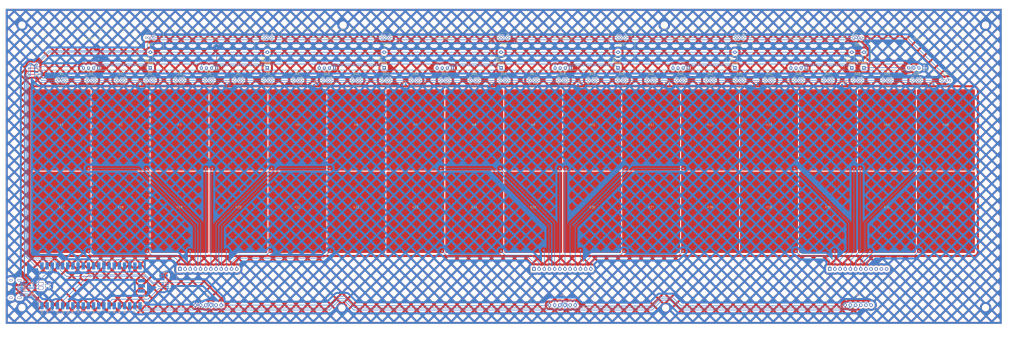
<source format=kicad_pcb>
(kicad_pcb (version 20240108) (generator "pcbnew") (generator_version "8.0")
  (title_block (title "Chu Pico Main"))
  (layers (0 "F.Cu" signal) (31 "B.Cu" signal) (34 "B.Paste" user) (35 "F.Paste" user) (36 "B.SilkS" user "B.Silkscreen") (37 "F.SilkS" user "F.Silkscreen") (38 "B.Mask" user) (39 "F.Mask" user) (44 "Edge.Cuts" user))
  (net 0 "")
  (net 1 "GND")
  (net 2 "+5V")
  (net 3 "+3V3")
  (net 4 "/SCL")
  (net 5 "/SDA")
  (net 6 "Net-(D37-K)")
  (net 7 "Net-(D37-A)")
  (net 8 "Net-(HC-SR04-1-Trig)")
  (net 9 "Net-(K1-Pin_1)")
  (net 10 "Net-(K2-Pin_1)")
  (net 11 "Net-(K3-Pin_1)")
  (net 12 "Net-(K4-Pin_1)")
  (net 13 "Net-(K5-Pin_1)")
  (net 14 "Net-(K6-Pin_1)")
  (net 15 "Net-(K7-Pin_1)")
  (net 16 "Net-(K8-Pin_1)")
  (net 17 "Net-(K9-Pin_1)")
  (net 18 "Net-(K10-Pin_1)")
  (net 19 "Net-(K11-Pin_1)")
  (net 20 "Net-(K12-Pin_1)")
  (net 21 "Net-(K13-Pin_1)")
  (net 22 "Net-(K14-Pin_1)")
  (net 23 "Net-(K15-Pin_1)")
  (net 24 "Net-(K16-Pin_1)")
  (net 25 "Net-(K17-Pin_1)")
  (net 26 "Net-(K18-Pin_1)")
  (net 27 "Net-(K19-Pin_1)")
  (net 28 "Net-(K20-Pin_1)")
  (net 29 "Net-(K21-Pin_1)")
  (net 30 "Net-(K22-Pin_1)")
  (net 31 "Net-(K23-Pin_1)")
  (net 32 "Net-(K24-Pin_1)")
  (net 33 "Net-(K25-Pin_1)")
  (net 34 "Net-(K26-Pin_1)")
  (net 35 "Net-(K27-Pin_1)")
  (net 36 "Net-(K28-Pin_1)")
  (net 37 "Net-(K29-Pin_1)")
  (net 38 "Net-(K30-Pin_1)")
  (net 39 "Net-(K31-Pin_1)")
  (net 40 "Net-(K32-Pin_1)")
  (net 41 "Net-(U1-GPIO2)")
  (net 55 "Net-(USB1-DN1)")
  (net 59 "Net-(USB1-DP1)")
  (net 78 "Net-(D38-K)")
  (net 79 "Net-(D39-K)")
  (net 80 "Net-(D40-K)")
  (net 81 "Net-(D41-K)")
  (net 82 "Net-(D42-K)")
  (net 83 "Net-(D43-K)")
  (net 84 "Net-(D44-K)")
  (net 86 "Net-(U1-GPIO21)")
  (net 87 "Net-(D1-In)")
  (net 88 "Net-(D1-Out)")
  (net 89 "Net-(D2-Out)")
  (net 90 "Net-(D3-Out)")
  (net 91 "Net-(D4-Out)")
  (net 92 "Net-(D5-Out)")
  (net 93 "Net-(D6-Out)")
  (net 94 "Net-(D7-Out)")
  (net 95 "Net-(D8-Out)")
  (net 96 "Net-(D10-In)")
  (net 97 "Net-(D10-Out)")
  (net 98 "Net-(D11-Out)")
  (net 99 "Net-(D12-Out)")
  (net 100 "Net-(D13-Out)")
  (net 101 "Net-(D14-Out)")
  (net 102 "Net-(D15-Out)")
  (net 103 "Net-(D16-Out)")
  (net 104 "Net-(D17-Out)")
  (net 105 "Net-(D18-Out)")
  (net 106 "Net-(D19-Out)")
  (net 107 "Net-(D20-Out)")
  (net 108 "Net-(D21-Out)")
  (net 109 "Net-(D22-Out)")
  (net 110 "Net-(D23-Out)")
  (net 111 "Net-(D24-Out)")
  (net 112 "Net-(D25-Out)")
  (net 113 "Net-(D26-Out)")
  (net 114 "Net-(D27-Out)")
  (net 115 "Net-(D28-Out)")
  (net 116 "Net-(D29-Out)")
  (net 117 "Net-(D30-Out)")
  (net 118 "Net-(D31-Out)")
  (net 119 "Net-(D32-Out)")
  (net 120 "Net-(D33-Out)")
  (net 121 "Net-(D34-Out)")
  (net 122 "Net-(D35-Out)")
  (net 123 "Net-(D36-Out)")
  (net 124 "Net-(USB1-CC1)")
  (net 125 "Net-(USB1-CC2)")
  (net 133 "Net-(D45-Out)")
  (footprint "chu_main:WS2812D-F5" (layer "F.Cu") (at 260.5 93.574)
    (property "Reference" "D15")
    (property "Value" "WS2812B_Unified")
  )
  (footprint "Diode_THT:D_DO-35_SOD27_P7.62mm_Horizontal" (layer "F.Cu") (at 216.1917 87.384 90)
    (property "Reference" "D39")
    (property "Value" "1N4148")
  )
  (footprint "chu_main:WS2812D-F5" (layer "F.Cu") (at 57.5 93.574)
    (property "Reference" "D1")
    (property "Value" "WS2812B_Unified")
  )
  (footprint "HC-SR04:HC-SR04" (layer "F.Cu") (at 130 88.5)
    (property "Reference" "HC-SR04-2")
    (property "Value" "~")
  )
  (footprint "chu_main:WS2812D-F5" (layer "F.Cu") (at 391 93.574)
    (property "Reference" "D24")
    (property "Value" "WS2812B_Unified")
  )
  (footprint "chu_main:Chu_TouchKey" (layer "F.Cu") (at 492.5 118)
    (property "Reference" "K16")
    (property "Value" "Conn_01x01_Female")
  )
  (footprint "Diode_THT:D_DO-35_SOD27_P7.62mm_Horizontal" (layer "F.Cu") (at 273.7046 87.384 90)
    (property "Reference" "D40")
    (property "Value" "1N4148")
  )
  (footprint "chu_main:WS2812D-F5" (layer "F.Cu") (at 275 93.574)
    (property "Reference" "D16")
    (property "Value" "WS2812B_Unified")
  )
  (footprint "chu_main:Chu_TouchKey" (layer "F.Cu") (at 463.5 158.5)
    (property "Reference" "K31")
    (property "Value" "Conn_01x01_Female")
  )
  (footprint "chu_main:WS2812D-F5" (layer "F.Cu") (at 405.5 93.574)
    (property "Reference" "D25")
    (property "Value" "WS2812B_Unified")
  )
  (footprint "chu_main:MountingHole_3.2mm_M3" (layer "F.Cu") (at 354.625 205.551)
    (property "Reference" "SCR5" (hide yes))
    (property "Value" "ScrewHole")
  )
  (footprint "HC-SR04:HC-SR04" (layer "F.Cu") (at 478 88.5)
    (property "Reference" "HC-SR04-8")
    (property "Value" "~")
  )
  (footprint "chu_main:WS2812D-F5" (layer "F.Cu") (at 391 72.6215 180)
    (property "Reference" "D33")
    (property "Value" "WS2812B_Unified")
  )
  (footprint "chu_main:Chu_TouchKey" (layer "F.Cu") (at 86.5 118)
    (property "Reference" "K2")
    (property "Value" "Conn_01x01_Female")
  )
  (footprint "chu_main:Chu_TouchKey" (layer "F.Cu") (at 318.5 158.5)
    (property "Reference" "K26")
    (property "Value" "Conn_01x01_Female")
  )
  (footprint "chu_main:Chu_TouchKey" (layer "F.Cu") (at 231.5 158.5)
    (property "Reference" "K23")
    (property "Value" "Conn_01x01_Female")
  )
  (footprint "chu_main:WS2812D-F5" (layer "F.Cu") (at 130 93.574)
    (property "Reference" "D6")
    (property "Value" "WS2812B_Unified")
  )
  (footprint "chu_main:WS2812D-F5" (layer "F.Cu") (at 202.5 93.574)
    (property "Reference" "D11")
    (property "Value" "WS2812B_Unified")
  )
  (footprint "chu_main:WS2812D-F5" (layer "F.Cu") (at 376.5 93.574)
    (property "Reference" "D23")
    (property "Value" "WS2812B_Unified")
  )
  (footprint "HC-SR04:HC-SR04" (layer "F.Cu") (at 304 88.5)
    (property "Reference" "HC-SR04-5")
    (property "Value" "~")
  )
  (footprint "chu_main:Chu_TouchKey" (layer "F.Cu") (at 318.5 118)
    (property "Reference" "K10")
    (property "Value" "Conn_01x01_Female")
  )
  (footprint "chu_main:Chu_TouchKey" (layer "F.Cu") (at 376.5 118)
    (property "Reference" "K12")
    (property "Value" "Conn_01x01_Female")
  )
  (footprint "HC-SR04:HC-SR04" (layer "F.Cu") (at 420 88.5)
    (property "Reference" "HC-SR04-7")
    (property "Value" "~")
  )
  (footprint "HC-SR04:HC-SR04" (layer "F.Cu") (at 362 88.5)
    (property "Reference" "HC-SR04-6")
    (property "Value" "~")
  )
  (footprint "chu_main:Chu_TouchKey" (layer "F.Cu") (at 231.5 118)
    (property "Reference" "K7")
    (property "Value" "Conn_01x01_Female")
  )
  (footprint "chu_main:WS2812D-F5" (layer "F.Cu") (at 333 72.6215 180)
    (property "Reference" "D34")
    (property "Value" "WS2812B_Unified")
  )
  (footprint "chu_main:WS2812D-F5" (layer "F.Cu") (at 478 93.574)
    (property "Reference" "D30")
    (property "Value" "WS2812B_Unified")
  )
  (footprint "chu_main:WS2812D-F5" (layer "F.Cu") (at 246 93.574)
    (property "Reference" "D14")
    (property "Value" "WS2812B_Unified")
  )
  (footprint "chu_main:WS2812D-F5" (layer "F.Cu") (at 101 72.6215 180)
    (property "Reference" "D46")
    (property "Value" "WS2812B_Unified")
  )
  (footprint "Diode_THT:D_DO-35_SOD27_P7.62mm_Horizontal" (layer "F.Cu") (at 452.196 87.384 90)
    (property "Reference" "D44")
    (property "Value" "1N4148")
  )
  (footprint "chu_main:Chu_TouchKey" (layer "F.Cu") (at 289.5 158.5)
    (property "Reference" "K25")
    (property "Value" "Conn_01x01_Female")
  )
  (footprint "chu_main:Chu_TouchKey" (layer "F.Cu") (at 115.5 118)
    (property "Reference" "K3")
    (property "Value" "Conn_01x01_Female")
  )
  (footprint "chu_main:WS2812D-F5" (layer "F.Cu") (at 72 93.574)
    (property "Reference" "D2")
    (property "Value" "WS2812B_Unified")
  )
  (footprint "chu_main:MountingHole_3.2mm_M3" (layer "F.Cu") (at 196 66.426)
    (property "Reference" "SCR8" (hide yes))
    (property "Value" "ScrewHole")
  )
  (footprint "chu_main:Chu_TouchKey" (layer "F.Cu") (at 144.5 118)
    (property "Reference" "K4")
    (property "Value" "Conn_01x01_Female")
  )
  (footprint "chu_main:Chu_TouchKey" (layer "F.Cu") (at 405.5 118)
    (property "Reference" "K13")
    (property "Value" "Conn_01x01_Female")
  )
  (footprint "chu_main:WS2812D-F5" (layer "F.Cu") (at 463.5 93.574)
    (property "Reference" "D29")
    (property "Value" "WS2812B_Unified")
  )
  (footprint "chu_main:Chu_TouchKey" (layer "F.Cu") (at 405.5 158.5)
    (property "Reference" "K29")
    (property "Value" "Conn_01x01_Female")
  )
  (footprint "chu_main:MountingHole_3.2mm_M3" (layer "F.Cu") (at 195.375 205.551)
    (property "Reference" "SCR6" (hide yes))
    (property "Value" "ScrewHole")
  )
  (footprint "chu_main:WS2812D-F5" (layer "F.Cu") (at 86.5 93.574)
    (property "Reference" "D3")
    (property "Value" "WS2812B_Unified")
  )
  (footprint "chu_main:Chu_TouchKey" (layer "F.Cu") (at 144.5 158.5)
    (property "Reference" "K20")
    (property "Value" "Conn_01x01_Female")
  )
  (footprint "chu_main:WS2812D-F5" (layer "F.Cu") (at 217 72.6215 180)
    (property "Reference" "D36")
    (property "Value" "WS2812B_Unified")
  )
  (footprint "chu_main:Chu_TouchKey" (layer "F.Cu") (at 347.5 118)
    (property "Reference" "K11")
    (property "Value" "Conn_01x01_Female")
  )
  (footprint "HC-SR04:HC-SR04" (layer "F.Cu") (at 246 88.5)
    (property "Reference" "HC-SR04-4")
    (property "Value" "~")
  )
  (footprint "Diode_THT:D_DO-35_SOD27_P7.62mm_Horizontal" (layer "F.Cu") (at 446.2431 87.384 90)
    (property "Reference" "D43")
    (property "Value" "1N4148")
  )
  (footprint "chu_main:WS2812D-F5" (layer "F.Cu") (at 159 93.574)
    (property "Reference" "D8")
    (property "Value" "WS2812B_Unified")
  )
  (footprint "chu_main:Chu_TouchKey" (layer "F.Cu") (at 202.5 158.5)
    (property "Reference" "K22")
    (property "Value" "Conn_01x01_Female")
  )
  (footprint "chu_main:Chu_TouchKey" (layer "F.Cu") (at 434.5 118)
    (property "Reference" "K14")
    (property "Value" "Conn_01x01_Female")
  )
  (footprint "chu_main:WS2812D-F5" (layer "F.Cu") (at 173.5 93.574)
    (property "Reference" "D9")
    (property "Value" "WS2812B_Unified")
  )
  (footprint "chu_main:WS2812D-F5" (layer "F.Cu") (at 159 72.6215 180)
    (property "Reference" "D45")
    (property "Value" "WS2812B_Unified")
  )
  (footprint "chu_main:WS2812D-F5" (layer "F.Cu") (at 434.5 93.574)
    (property "Reference" "D27")
    (property "Value" "WS2812B_Unified")
  )
  (footprint "HC-SR04:HC-SR04" (layer "F.Cu") (at 72 88.5)
    (property "Reference" "HC-SR04-1")
    (property "Value" "~")
  )
  (footprint "Diode_THT:D_DO-35_SOD27_P7.62mm_Horizontal" (layer "F.Cu") (at 158.6789 87.384 90)
    (property "Reference" "D38")
    (property "Value" "1N4148")
  )
  (footprint "chu_main:Chu_TouchKey" (layer "F.Cu") (at 347.5 158.5)
    (property "Reference" "K27")
    (property "Value" "Conn_01x01_Female")
  )
  (footprint "chu_main:Chu_TouchKey" (layer "F.Cu") (at 86.5 158.5)
    (property "Reference" "K18")
    (property "Value" "Conn_01x01_Female")
  )
  (footprint "chu_main:Chu_TouchKey" (layer "F.Cu") (at 173.5 118)
    (property "Reference" "K5")
    (property "Value" "Conn_01x01_Female")
  )
  (footprint "chu_main:Chu_TouchKey" (layer "F.Cu") (at 115.5 158.5)
    (property "Reference" "K19")
    (property "Value" "Conn_01x01_Female")
  )
  (footprint "chu_main:Chu_TouchKey" (layer "F.Cu") (at 289.5 118)
    (property "Reference" "K9")
    (property "Value" "Conn_01x01_Female")
  )
  (footprint "chu_main:MountingHole_3.2mm_M3" (layer "F.Cu") (at 38 205.426)
    (property "Reference" "SCR4" (hide yes))
    (property "Value" "ScrewHole")
  )
  (footprint "chu_main:WS2812D-F5" (layer "F.Cu") (at 492.5 93.574)
    (property "Reference" "D31")
    (property "Value" "WS2812B_Unified")
  )
  (footprint "chu_main:MountingHole_3.2mm_M3" (layer "F.Cu") (at 38 66.426)
    (property "Reference" "SCR1" (hide yes))
    (property "Value" "ScrewHole")
  )
  (footprint "chu_main:WS2812D-F5" (layer "F.Cu") (at 449 93.574)
    (property "Reference" "D28")
    (property "Value" "WS2812B_Unified")
  )
  (footprint "chu_main:WS2812D-F5" (layer "F.Cu") (at 362 93.574)
    (property "Reference" "D22")
    (property "Value" "WS2812B_Unified")
  )
  (footprint "chu_main:WS2812D-F5" (layer "F.Cu") (at 347.5 93.574)
    (property "Reference" "D21")
    (property "Value" "WS2812B_Unified")
  )
  (footprint "chu_main:WS2812D-F5" (layer "F.Cu") (at 115.5 93.574)
    (property "Reference" "D5")
    (property "Value" "WS2812B_Unified")
  )
  (footprint "chu_main:WS2812D-F5" (layer "F.Cu") (at 420 93.574)
    (property "Reference" "D26")
    (property "Value" "WS2812B_Unified")
  )
  (footprint "chu_main:WS2812D-F5" (layer "F.Cu") (at 449 72.6215 180)
    (property "Reference" "D32")
    (property "Value" "WS2812B_Unified")
  )
  (footprint "chu_main:WS2812D-F5" (layer "F.Cu") (at 275 72.6215 180)
    (property "Reference" "D35")
    (property "Value" "WS2812B_Unified")
  )
  (footprint "chu_main:Chu_TouchKey" (layer "F.Cu") (at 492.5 158.5)
    (property "Reference" "K32")
    (property "Value" "Conn_01x01_Female")
  )
  (footprint "chu_main:Chu_TouchKey" (layer "F.Cu") (at 376.5 158.5)
    (property "Reference" "K28")
    (property "Value" "Conn_01x01_Female")
  )
  (footprint "chu_main:Chu_TouchKey" (layer "F.Cu") (at 57.5 158.5)
    (property "Reference" "K17")
    (property "Value" "Conn_01x01_Female")
  )
  (footprint "chu_main:WS2812D-F5" (layer "F.Cu") (at 231.5 93.574)
    (property "Reference" "D13")
    (property "Value" "WS2812B_Unified")
  )
  (footprint "Diode_THT:D_DO-35_SOD27_P7.62mm_Horizontal" (layer "F.Cu") (at 331.2174 87.384 90)
    (property "Reference" "D41")
    (property "Value" "1N4148")
  )
  (footprint "chu_main:MountingHole_3.2mm_M3" (layer "F.Cu") (at 512 205.426)
    (property "Reference" "SCR3" (hide yes))
    (property "Value" "ScrewHole")
  )
  (footprint "chu_main:WS2812D-F5" (layer "F.Cu") (at 101 93.574)
    (property "Reference" "D4")
    (property "Value" "WS2812B_Unified")
  )
  (footprint "chu_main:MountingHole_3.2mm_M3" (layer "F.Cu") (at 512 66.426)
    (property "Reference" "SCR2" (hide yes))
    (property "Value" "ScrewHole")
  )
  (footprint "chu_main:WS2812D-F5" (layer "F.Cu") (at 217 93.574)
    (property "Reference" "D12")
    (property "Value" "WS2812B_Unified")
  )
  (footprint "chu_main:WS2812D-F5" (layer "F.Cu") (at 144.5 93.574)
    (property "Reference" "D7")
    (property "Value" "WS2812B_Unified")
  )
  (footprint "chu_main:Chu_TouchKey" (layer "F.Cu") (at 434.5 158.5)
    (property "Reference" "K30")
    (property "Value" "Conn_01x01_Female")
  )
  (footprint "chu_main:Chu_TouchKey" (layer "F.Cu") (at 260.5 118)
    (property "Reference" "K8")
    (property "Value" "Conn_01x01_Female")
  )
  (footprint "chu_main:Chu_TouchKey" (layer "F.Cu") (at 57.5 118)
    (property "Reference" "K1")
    (property "Value" "Conn_01x01_Female")
  )
  (footprint "chu_main:MountingHole_3.2mm_M3" (layer "F.Cu") (at 354 66.426)
    (property "Reference" "SCR7" (hide yes))
    (property "Value" "ScrewHole")
  )
  (footprint "chu_main:WS2812D-F5" (layer "F.Cu") (at 188 93.574)
    (property "Reference" "D10")
    (property "Value" "WS2812B_Unified")
  )
  (footprint "chu_main:WS2812D-F5" (layer "F.Cu") (at 333 93.574)
    (property "Reference" "D20")
    (property "Value" "WS2812B_Unified")
  )
  (footprint "HC-SR04:HC-SR04" (layer "F.Cu") (at 188 88.5)
    (property "Reference" "HC-SR04-3")
    (property "Value" "~")
  )
  (footprint "chu_main:Chu_TouchKey" (layer "F.Cu") (at 173.5 158.5)
    (property "Reference" "K21")
    (property "Value" "Conn_01x01_Female")
  )
  (footprint "chu_main:Chu_TouchKey" (layer "F.Cu") (at 260.5 158.5)
    (property "Reference" "K24")
    (property "Value" "Conn_01x01_Female")
  )
  (footprint "chu_main:WS2812D-F5" (layer "F.Cu") (at 289.5 93.574)
    (property "Reference" "D17")
    (property "Value" "WS2812B_Unified")
  )
  (footprint "chu_main:Chu_TouchKey" (layer "F.Cu") (at 463.5 118)
    (property "Reference" "K15")
    (property "Value" "Conn_01x01_Female")
  )
  (footprint "chu_main:Chu_TouchKey" (layer "F.Cu") (at 202.5 118)
    (property "Reference" "K6")
    (property "Value" "Conn_01x01_Female")
  )
  (footprint "Diode_THT:D_DO-35_SOD27_P7.62mm_Horizontal" (layer "F.Cu") (at 101.166 87.384 90)
    (property "Reference" "D37")
    (property "Value" "1N4148")
  )
  (footprint "chu_main:WS2812D-F5" (layer "F.Cu") (at 318.5 93.574)
    (property "Reference" "D19")
    (property "Value" "WS2812B_Unified")
  )
  (footprint "chu_main:WS2812D-F5" (layer "F.Cu") (at 304 93.574)
    (property "Reference" "D18")
    (property "Value" "WS2812B_Unified")
  )
  (footprint "Diode_THT:D_DO-35_SOD27_P7.62mm_Horizontal" (layer "F.Cu") (at 388.7303 87.384 90)
    (property "Reference" "D42")
    (property "Value" "1N4148")
  )
  (footprint "chu_main:SOT-23-5_Jumper" (layer "B.Cu") (at 46.556 90.534 180)
    (property "Reference" "U8")
    (property "Value" "SN74LV1T34DBV")
  )
  (footprint "chu_main:SOT-23-5_Jumper" (layer "B.Cu") (at 108.44975 195.084 180)
    (property "Reference" "U2")
    (property "Value" "SN74LV1T34DBV")
  )
  (footprint "chu_main:MPR121_BOARD" (layer "B.Cu") (at 129.666 186.384)
    (property "Reference" "U3")
    (property "Value" "MPR121QR2_BOARD")
  )
  (footprint "Type-C:HRO-TYPE-C-31-M-12-Assembly" (layer "B.Cu") (at 30.0135 196.224 90)
    (property "Reference" "USB1")
    (property "Value" "U262-161N-4BVC11")
  )
  (footprint "Capacitor_SMD:C_0603_1608Metric_Pad1.08x0.95mm_HandSolder" (layer "B.Cu") (at 108.44975 189.584 180)
    (property "Reference" "C8")
    (property "Value" "0.1uF")
  )
  (footprint "Capacitor_SMD:C_0603_1608Metric_Pad1.08x0.95mm_HandSolder" (layer "B.Cu") (at 485.5685 95.774 180)
    (property "Reference" "C11")
    (property "Value" "0.1uF")
  )
  (footprint "Capacitor_SMD:C_0603_1608Metric_Pad1.08x0.95mm_HandSolder" (layer "B.Cu") (at 355.741 95.774 180)
    (property "Reference" "C7")
    (property "Value" "0.1uF")
  )
  (footprint "Capacitor_SMD:C_0603_1608Metric_Pad1.08x0.95mm_HandSolder" (layer "B.Cu") (at 225.9135 95.774 180)
    (property "Reference" "C4")
    (property "Value" "0.1uF")
  )
  (footprint "chu_main:MPR121_BOARD" (layer "B.Cu") (at 449.346 186.384)
    (property "Reference" "U5")
    (property "Value" "MPR121QR2_BOARD")
  )
  (footprint "Capacitor_SMD:C_0603_1608Metric_Pad1.08x0.95mm_HandSolder" (layer "B.Cu") (at 269.1893 95.774 180)
    (property "Reference" "C5")
    (property "Value" "0.1uF")
  )
  (footprint "Capacitor_SMD:C_0603_1608Metric_Pad1.08x0.95mm_HandSolder" (layer "B.Cu") (at 399.0168 95.774 180)
    (property "Reference" "C9")
    (property "Value" "0.1uF")
  )
  (footprint "Resistor_SMD:R_0603_1608Metric" (layer "B.Cu") (at 42.906 197.494)
    (property "Reference" "R1")
    (property "Value" "5K1")
  )
  (footprint "Capacitor_SMD:C_0603_1608Metric_Pad1.08x0.95mm_HandSolder" (layer "B.Cu") (at 182.6377 95.774 180)
    (property "Reference" "C3")
    (property "Value" "0.1uF")
  )
  (footprint "Resistor_SMD:R_0603_1608Metric" (layer "B.Cu") (at 42.866 194.504)
    (property "Reference" "R2")
    (property "Value" "5K1")
  )
  (footprint "Capacitor_SMD:C_0603_1608Metric_Pad1.08x0.95mm_HandSolder" (layer "B.Cu") (at 139.3618 95.774 180)
    (property "Reference" "C2")
    (property "Value" "0.1uF")
  )
  (footprint "Capacitor_SMD:C_0603_1608Metric_Pad1.08x0.95mm_HandSolder" (layer "B.Cu") (at 312.4652 95.774 180)
    (property "Reference" "C6")
    (property "Value" "0.1uF")
  )
  (footprint "chu_main:RPi_Pico_SMD_Pins_Strip" (layer "B.Cu") (at 71.956 194.674 -90)
    (property "Reference" "U1")
    (property "Value" "Pico")
  )
  (footprint "chu_main:MPR121_BOARD" (layer "B.Cu") (at 303.846 186.384)
    (property "Reference" "U4")
    (property "Value" "MPR121QR2_BOARD")
  )
  (footprint "Capacitor_SMD:C_0603_1608Metric_Pad1.08x0.95mm_HandSolder" (layer "B.Cu") (at 96.086 95.774 180)
    (property "Reference" "C1")
    (property "Value" "0.1uF")
  )
  (footprint "Capacitor_SMD:C_0603_1608Metric_Pad1.08x0.95mm_HandSolder" (layer "B.Cu") (at 442.2927 95.774 180)
    (property "Reference" "C10")
    (property "Value" "0.1uF")
  )
  (gr_rect (start 30 58.426) (end 520 213.426) (stroke (width 0.1)) (fill none) (layer "Edge.Cuts"))
  (segment (start 143.85 92.228) (end 143.696 92.074) (width 0.3) (layer "F.Cu") (net 1))
  (segment (start 433.85 92.228) (end 433.696 92.074) (width 0.3) (layer "F.Cu") (net 1))
  (segment (start 433.85 93.574) (end 433.85 92.228) (width 0.3) (layer "F.Cu") (net 1))
  (segment (start 201.85 92.228) (end 201.696 92.074) (width 0.3) (layer "F.Cu") (net 1))
  (segment (start 390.35 92.228) (end 390.196 92.074) (width 0.3) (layer "F.Cu") (net 1))
  (segment (start 217.65 72.6215) (end 217.65 71.12) (width 0.3) (layer "F.Cu") (net 1))
  (segment (start 259.85 93.574) (end 259.85 92.228) (width 0.3) (layer "F.Cu") (net 1))
  (segment (start 158.35 93.574) (end 158.35 92.228) (width 0.3) (layer "F.Cu") (net 1))
  (segment (start 317.85 93.574) (end 317.85 92.228) (width 0.3) (layer "F.Cu") (net 1))
  (segment (start 288.85 93.574) (end 288.85 92.228) (width 0.3) (layer "F.Cu") (net 1))
  (segment (start 39.416 192.474) (end 39.416 191.984) (width 0.3) (layer "F.Cu") (net 1))
  (segment (start 71.35 92.228) (end 71.196 92.074) (width 0.3) (layer "F.Cu") (net 1))
  (segment (start 477.35 92.228) (end 477.196 92.074) (width 0.3) (layer "F.Cu") (net 1))
  (segment (start 275.65 72.6215) (end 275.65 71.12) (width 0.3) (layer "F.Cu") (net 1))
  (segment (start 172.85 93.574) (end 172.85 92.228) (width 0.3) (layer "F.Cu") (net 1))
  (segment (start 217.65 72.6215) (end 217.65 72.62) (width 0.3) (layer "F.Cu") (net 1))
  (segment (start 303.35 93.574) (end 303.35 92.228) (width 0.3) (layer "F.Cu") (net 1))
  (segment (start 56.85 93.574) (end 56.85 92.228) (width 0.3) (layer "F.Cu") (net 1))
  (segment (start 462.85 92.228) (end 462.696 92.074) (width 0.3) (layer "F.Cu") (net 1))
  (segment (start 158.35 92.228) (end 158.196 92.074) (width 0.3) (layer "F.Cu") (net 1))
  (segment (start 230.85 93.574) (end 230.85 92.228) (width 0.3) (layer "F.Cu") (net 1))
  (segment (start 245.35 92.228) (end 245.196 92.074) (width 0.3) (layer "F.Cu") (net 1))
  (segment (start 133.75 77.628) (end 133.696 77.574) (width 0.3) (layer "F.Cu") (net 1))
  (segment (start 274.35 92.228) (end 274.196 92.074) (width 0.3) (layer "F.Cu") (net 1))
  (segment (start 448.35 92.228) (end 448.196 92.074) (width 0.3) (layer "F.Cu") (net 1))
  (segment (start 346.85 93.574) (end 346.85 92.228) (width 0.3) (layer "F.Cu") (net 1))
  (segment (start 71.35 93.574) (end 71.35 92.228) (width 0.3) (layer "F.Cu") (net 1))
  (segment (start 159.65 72.6215) (end 159.65 71.12) (width 0.3) (layer "F.Cu") (net 1))
  (segment (start 462.85 93.574) (end 462.85 92.228) (width 0.3) (layer "F.Cu") (net 1))
  (segment (start 333.65 71.12) (end 333.696 71.074) (width 0.3) (layer "F.Cu") (net 1))
  (segment (start 390.35 93.574) (end 390.35 92.228) (width 0.3) (layer "F.Cu") (net 1))
  (segment (start 75.696 83.074) (end 75.696 78.574) (width 0.3) (layer "F.Cu") (net 1))
  (segment (start 333.65 72.6215) (end 333.65 71.12) (width 0.3) (layer "F.Cu") (net 1))
  (segment (start 448.35 93.574) (end 448.35 92.228) (width 0.3) (layer "F.Cu") (net 1))
  (segment (start 419.35 93.574) (end 419.35 92.228) (width 0.3) (layer "F.Cu") (net 1))
  (segment (start 259.85 92.228) (end 259.696 92.074) (width 0.3) (layer "F.Cu") (net 1))
  (segment (start 101.65 72.6215) (end 101.65 71.12) (width 0.3) (layer "F.Cu") (net 1))
  (segment (start 332.35 93.574) (end 332.35 92.228) (width 0.3) (layer "F.Cu") (net 1))
  (segment (start 303.35 92.228) (end 303.196 92.074) (width 0.3) (layer "F.Cu") (net 1))
  (segment (start 100.35 93.574) (end 100.35 92.228) (width 0.3) (layer "F.Cu") (net 1))
  (segment (start 477.35 93.574) (end 477.35 92.228) (width 0.3) (layer "F.Cu") (net 1))
  (segment (start 361.35 93.574) (end 361.35 92.228) (width 0.3) (layer "F.Cu") (net 1))
  (segment (start 114.85 93.574) (end 114.85 92.228) (width 0.3) (layer "F.Cu") (net 1))
  (segment (start 85.85 93.574) (end 85.85 92.228) (width 0.3) (layer "F.Cu") (net 1))
  (segment (start 404.85 92.228) (end 404.696 92.074) (width 0.3) (layer "F.Cu") (net 1))
  (segment (start 317.85 92.228) (end 317.696 92.074) (width 0.3) (layer "F.Cu") (net 1))
  (segment (start 75.696 78.574) (end 74.696 77.574) (width 0.3) (layer "F.Cu") (net 1))
  (segment (start 129.35 93.574) (end 129.35 92.228) (width 0.3) (layer "F.Cu") (net 1))
  (segment (start 404.85 93.574) (end 404.85 92.228) (width 0.3) (layer "F.Cu") (net 1))
  (segment (start 133.75 87.5) (end 133.75 77.628) (width 0.3) (layer "F.Cu") (net 1))
  (segment (start 201.85 93.574) (end 201.85 92.228) (width 0.3) (layer "F.Cu") (net 1))
  (segment (start 56.85 92.228) (end 56.696 92.074) (width 0.3) (layer "F.Cu") (net 1))
  (segment (start 288.85 92.228) (end 288.696 92.074) (width 0.3) (layer "F.Cu") (net 1))
  (segment (start 114.85 92.228) (end 114.696 92.074) (width 0.3) (layer "F.Cu") (net 1))
  (segment (start 274.35 93.574) (end 274.35 92.228) (width 0.3) (layer "F.Cu") (net 1))
  (segment (start 449.65 71.12) (end 449.696 71.074) (width 0.3) (layer "F.Cu") (net 1))
  (segment (start 39.416 191.984) (end 37.256 189.824) (width 0.3) (layer "F.Cu") (net 1))
  (segment (start 217.65 72.62) (end 217.696 72.574) (width 0.3) (layer "F.Cu") (net 1))
  (segment (start 85.85 92.228) (end 85.696 92.074) (width 0.3) (layer "F.Cu") (net 1))
  (segment (start 245.35 93.574) (end 245.35 92.228) (width 0.3) (layer "F.Cu") (net 1))
  (segment (start 216.35 92.228) (end 216.196 92.074) (width 0.3) (layer "F.Cu") (net 1))
  (segment (start 187.35 93.574) (end 187.35 92.228) (width 0.3) (layer "F.Cu") (net 1))
  (segment (start 75.75 87.5) (end 75.75 83.128) (width 0.3) (layer "F.Cu") (net 1))
  (segment (start 159.65 71.12) (end 159.696 71.074) (width 0.3) (layer "F.Cu") (net 1))
  (segment (start 143.85 93.574) (end 143.85 92.228) (width 0.3) (layer "F.Cu") (net 1))
  (segment (start 172.85 92.228) (end 172.696 92.074) (width 0.3) (layer "F.Cu") (net 1))
  (segment (start 391.65 71.12) (end 391.696 71.074) (width 0.3) (layer "F.Cu") (net 1))
  (segment (start 449.65 72.6215) (end 449.65 71.12) (width 0.3) (layer "F.Cu") (net 1))
  (segment (start 216.35 93.574) (end 216.35 92.228) (width 0.3) (layer "F.Cu") (net 1))
  (segment (start 391.65 72.6215) (end 391.65 71.12) (width 0.3) (layer "F.Cu") (net 1))
  (segment (start 75.75 83.128) (end 75.696 83.074) (width 0.3) (layer "F.Cu") (net 1))
  (segment (start 375.85 93.574) (end 375.85 92.228) (width 0.3) (layer "F.Cu") (net 1))
  (segment (start 419.35 92.228) (end 419.196 92.074) (width 0.3) (layer "F.Cu") (net 1))
  (segment (start 100.35 92.228) (end 100.196 92.074) (width 0.3) (layer "F.Cu") (net 1))
  (segment (start 375.85 92.228) (end 375.696 92.074) (width 0.3) (layer "F.Cu") (net 1))
  (via (at 133.696 77.574) (size 0.8) (drill 0.4) (layers "F.Cu" "B.Cu") (net 1))
  (via (at 39.416 192.474) (size 0.8) (drill 0.4) (layers "F.Cu" "B.Cu") (net 1))
  (via (at 37.256 189.824) (size 0.8) (drill 0.4) (layers "F.Cu" "B.Cu") (net 1))
  (via (at 75.696 83.074) (size 0.8) (drill 0.4) (layers "F.Cu" "B.Cu") (net 1))
  (via (at 74.696 77.574) (size 0.8) (drill 0.4) (layers "F.Cu" "B.Cu") (net 1))
  (segment (start 230.856 92.714) (end 230.85 92.72) (width 0.3) (layer "B.Cu") (net 1))
  (segment (start 274.825 71.5965) (end 275.646 71.5965) (width 0.3) (layer "B.Cu") (net 1))
  (segment (start 462.766 92.549) (end 462.85 92.633) (width 0.3) (layer "B.Cu") (net 1))
  (segment (start 100.316 92.549) (end 100.35 92.583) (width 0.3) (layer "B.Cu") (net 1))
  (segment (start 216.825 71.5965) (end 217.666 71.5965) (width 0.3) (layer "B.Cu") (net 1))
  (segment (start 259.806 92.549) (end 273.525 92.549) (width 0.3) (layer "B.Cu") (net 1))
  (segment (start 333.616 71.5965) (end 333.65 71.6305) (width 0.3) (layer "B.Cu") (net 1))
  (segment (start 448.326 93.55) (end 448.35 93.574) (width 0.3) (layer "B.Cu") (net 1))
  (segment (start 477.296 92.549) (end 490.825 92.549) (width 0.3) (layer "B.Cu") (net 1))
  (segment (start 288.866 92.549) (end 288.85 92.565) (width 0.3) (layer "B.Cu") (net 1))
  (segment (start 56.85 93.574) (end 57.875 92.549) (width 0.3) (layer "B.Cu") (net 1))
  (segment (start 375.85 92.758) (end 375.85 93.574) (width 0.3) (layer "B.Cu") (net 1))
  (segment (start 52.876 206.994) (end 52.906 206.964) (width 0.3) (layer "B.Cu") (net 1))
  (segment (start 390.825 71.5965) (end 334.475 71.5965) (width 0.3) (layer "B.Cu") (net 1))
  (segment (start 303.356 92.549) (end 303.35 92.555) (width 0.3) (layer "B.Cu") (net 1))
  (segment (start 419.296 92.549) (end 433.025 92.549) (width 0.3) (layer "B.Cu") (net 1))
  (segment (start 52.906 185.689) (end 52.906 184.874) (width 0.3) (layer "B.Cu") (net 1))
  (segment (start 52.906 203.574) (end 52.906 204.474) (width 0.3) (layer "B.Cu") (net 1))
  (segment (start 201.836 92.549) (end 215.525 92.549) (width 0.3) (layer "B.Cu") (net 1))
  (segment (start 114.816 92.549) (end 114.85 92.583) (width 0.3) (layer "B.Cu") (net 1))
  (segment (start 245.213 93.574) (end 245.2127 93.574) (width 0.3) (layer "B.Cu") (net 1))
  (segment (start 404.025 92.549) (end 404.856 92.549) (width 0.3) (layer "B.Cu") (net 1))
  (segment (start 346.025 92.549) (end 346.826 92.549) (width 0.3) (layer "B.Cu") (net 1))
  (segment (start 114.025 92.549) (end 114.816 92.549) (width 0.3) (layer "B.Cu") (net 1))
  (segment (start 476.525 92.549) (end 477.296 92.549) (width 0.3) (layer "B.Cu") (net 1))
  (segment (start 46.246 202.804) (end 46.246 206.604) (width 0.3) (layer "B.Cu") (net 1))
  (segment (start 157.525 92.549) (end 158.266 92.549) (width 0.3) (layer "B.Cu") (net 1))
  (segment (start 346.826 92.549) (end 360.525 92.549) (width 0.3) (layer "B.Cu") (net 1))
  (segment (start 100.316 92.549) (end 114.025 92.549) (width 0.3) (layer "B.Cu") (net 1))
  (segment (start 158.825 71.5965) (end 102.675 71.5965) (width 0.3) (layer "B.Cu") (net 1))
  (segment (start 46.636 206.994) (end 52.876 206.994) (width 0.3) (layer "B.Cu") (net 1))
  (segment (start 230.85 92.72) (end 230.85 93.574) (width 0.3) (layer "B.Cu") (net 1))
  (segment (start 71.356 92.549) (end 85.025 92.549) (width 0.3) (layer "B.Cu") (net 1))
  (segment (start 333.65 71.6305) (end 333.65 72.6215) (width 0.3) (layer "B.Cu") (net 1))
  (segment (start 110.976 196.034) (end 111.606 196.664) (width 0.3) (layer "B.Cu") (net 1))
  (segment (start 449.65 72.6215) (end 450.6025 73.574) (width 0.3) (layer "B.Cu") (net 1))
  (segment (start 483.676 85.574) (end 483.696 85.574) (width 0.3) (layer "B.Cu") (net 1))
  (segment (start 129.336 92.549) (end 129.336 92.754) (width 0.3) (layer "B.Cu") (net 1))
  (segment (start 354.8785 96.1665) (end 355.056 96.344) (width 0.3) (layer "B.Cu") (net 1))
  (segment (start 245.346 92.549) (end 245.35 92.553) (width 0.3) (layer "B.Cu") (net 1))
  (segment (start 129.35 92.768) (end 129.35 93.574) (width 0.3) (layer "B.Cu") (net 1))
  (segment (start 245.346 92.549) (end 259.025 92.549) (width 0.3) (layer "B.Cu") (net 1))
  (segment (start 39.396 192.494) (end 39.416 192.474) (width 0.3) (layer "B.Cu") (net 1))
  (segment (start 100.35 92.583) (end 100.35 93.574) (width 0.3) (layer "B.Cu") (net 1))
  (segment (start 354.8785 96.5115) (end 354.876 96.514) (width 0.3) (layer "B.Cu") (net 1))
  (segment (start 346.85 92.728) (end 346.85 93.574) (width 0.3) (layer "B.Cu") (net 1))
  (segment (start 375.826 92.734) (end 375.85 92.758) (width 0.3) (layer "B.Cu") (net 1))
  (segment (start 71.35 92.555) (end 71.35 93.574) (width 0.3) (layer "B.Cu") (net 1))
  (segment (start 42.891 199.449) (end 46.246 202.804) (width 0.3) (layer "B.Cu") (net 1))
  (segment (start 216.825 71.5965) (end 160.475 71.5965) (width 0.3) (layer "B.Cu") (net 1))
  (segment (start 217.65 71.6125) (end 217.65 72.6215) (width 0.3) (layer "B.Cu") (net 1))
  (segment (start 317.826 92.549) (end 317.85 92.573) (width 0.3) (layer "B.Cu") (net 1))
  (segment (start 471.85 73.574) (end 491.85 93.574) (width 0.3) (layer "B.Cu") (net 1))
  (segment (start 57.875 92.549) (end 70.525 92.549) (width 0.3) (layer "B.Cu") (net 1))
  (segment (start 398.1543 96.7523) (end 398.156 96.754) (width 0.3) (layer "B.Cu") (net 1))
  (segment (start 317.025 92.549) (end 317.826 92.549) (width 0.3) (layer "B.Cu") (net 1))
  (segment (start 159.65 71.6105) (end 159.636 71.5965) (width 0.3) (layer "B.Cu") (net 1))
  (segment (start 433.025 92.549) (end 433.796 92.549) (width 0.3) (layer "B.Cu") (net 1))
  (segment (start 288.025 92.549) (end 288.866 92.549) (width 0.3) (layer "B.Cu") (net 1))
  (segment (start 259.629 93.574) (end 259.6293 93.574) (width 0.3) (layer "B.Cu") (net 1))
  (segment (start 375.826 92.549) (end 389.525 92.549) (width 0.3) (layer "B.Cu") (net 1))
  (segment (start 47.6935 91.484) (end 47.6935 92.0615) (width 0.3) (layer "B.Cu") (net 1))
  (segment (start 404.85 92.555) (end 404.85 93.574) (width 0.3) (layer "B.Cu") (net 1))
  (segment (start 332.825 71.5965) (end 333.616 71.5965) (width 0.3) (layer "B.Cu") (net 1))
  (segment (start 158.713 93.574) (end 158.7127 93.574) (width 0.3) (layer "B.Cu") (net 1))
  (segment (start 244.525 92.549) (end 245.346 92.549) (width 0.3) (layer "B.Cu") (net 1))
  (segment (start 360.525 92.549) (end 361.326 92.549) (width 0.3) (layer "B.Cu") (net 1))
  (segment (start 462.025 92.549) (end 462.766 92.549) (width 0.3) (layer "B.Cu") (net 1))
  (segment (start 419.35 92.603) (end 419.35 93.574) (width 0.3) (layer "B.Cu") (net 1))
  (segment (start 302.525 92.549) (end 303.356 92.549) (width 0.3) (layer "B.Cu") (net 1))
  (segment (start 375.025 92.549) (end 375.826 92.549) (width 0.3) (layer "B.Cu") (net 1))
  (segment (start 218.475 71.5965) (end 218.696 71.5965) (width 0.3) (layer "B.Cu") (net 1))
  (segment (start 201.963 93.574) (end 201.9627 93.574) (width 0.3) (layer "B.Cu") (net 1))
  (segment (start 391.65 72.6215) (end 391.65 71.6225) (width 0.3) (layer "B.Cu") (net 1))
  (segment (start 44.091 194.504) (end 52.906 185.689) (width 0.3) (layer "B.Cu") (net 1))
  (segment (start 273.525 92.549) (end 274.326 92.549) (width 0.3) (layer "B.Cu") (net 1))
  (segment (start 462.85 92.633) (end 462.85 93.574) (width 0.3) (layer "B.Cu") (net 1))
  (segment (start 462.766 92.549) (end 476.525 92.549) (width 0.3) (layer "B.Cu") (net 1))
  (segment (start 390.35 92.72) (end 390.35 93.574) (width 0.3) (layer "B.Cu") (net 1))
  (segment (start 274.35 92.738) (end 274.35 93.574) (width 0.3) (layer "B.Cu") (net 1))
  (segment (start 201.025 92.549) (end 201.836 92.549) (width 0.3) (layer "B.Cu") (net 1))
  (segment (start 109.58725 196.034) (end 110.976 196.034) (width 0.3) (layer "B.Cu") (net 1))
  (segment (start 43.691 194.504) (end 44.091 194.504) (width 0.3) (layer "B.Cu") (net 1))
  (segment (start 158.35 92.633) (end 158.35 93.574) (width 0.3) (layer "B.Cu") (net 1))
  (segment (start 354.8785 95.774) (end 354.8785 96.1665) (width 0.3) (layer "B.Cu") (net 1))
  (segment (start 390.356 92.549) (end 390.356 92.714) (width 0.3) (layer "B.Cu") (net 1))
  (segment (start 217.666 71.5965) (end 218.475 71.5965) (width 0.3) (layer "B.Cu") (net 1))
  (segment (start 217.666 71.5965) (end 217.65 71.6125) (width 0.3) (layer "B.Cu") (net 1))
  (segment (start 448.625 71.5965) (end 391.676 71.5965) (width 0.3) (layer "B.Cu") (net 1))
  (segment (start 218.696 71.5965) (end 218.475 71.5965) (width 0.3) (layer "B.Cu") (net 1))
  (segment (start 85.85 92.595) (end 85.85 93.574) (width 0.3) (layer "B.Cu") (net 1))
  (segment (start 55.78 92.504) (end 56.85 93.574) (width 0.3) (layer "B.Cu") (net 1))
  (segment (start 109.58725 196.034) (end 109.58725 197.03275) (width 0.3) (layer "B.Cu") (net 1))
  (segment (start 288.866 92.549) (end 302.525 92.549) (width 0.3) (layer "B.Cu") (net 1))
  (segment (start 52.906 206.964) (end 52.906 204.474) (width 0.3) (layer "B.Cu") (net 1))
  (segment (start 114.85 92.583) (end 114.85 93.574) (width 0.3) (layer "B.Cu") (net 1))
  (segment (start 158.266 92.549) (end 158.35 92.633) (width 0.3) (layer "B.Cu") (net 1))
  (segment (start 361.326 92.694) (end 361.35 92.718) (width 0.3) (layer "B.Cu") (net 1))
  (segment (start 187.326 92.549) (end 187.35 92.573) (width 0.3) (layer "B.Cu") (net 1))
  (segment (start 91.006 203.574) (end 91.006 204.474) (width 0.3) (layer "B.Cu") (net 1))
  (segment (start 172.025 92.549) (end 172.836 92.549) (width 0.3) (layer "B.Cu") (net 1))
  (segment (start 259.806 92.549) (end 259.85 92.593) (width 0.3) (layer "B.Cu") (net 1))
  (segment (start 274.326 92.714) (end 274.35 92.738) (width 0.3) (layer "B.Cu") (net 1))
  (segment (start 375.826 92.549) (end 375.826 92.734) (width 0.3) (layer "B.Cu") (net 1))
  (segment (start 114.816 92.549) (end 128.525 92.549) (width 0.3) (layer "B.Cu") (net 1))
  (segment (start 275.646 71.5965) (end 276.475 71.5965) (width 0.3) (layer "B.Cu") (net 1))
  (segment (start 70.525 92.549) (end 71.356 92.549) (width 0.3) (layer "B.Cu") (net 1))
  (segment (start 477.35 92.758) (end 477.35 93.574) (width 0.3) (layer "B.Cu") (net 1))
  (segment (start 361.326 92.549) (end 375.025 92.549) (width 0.3) (layer "B.Cu") (net 1))
  (segment (start 288.85 92.565) (end 288.85 93.574) (width 0.3) (layer "B.Cu") (net 1))
  (segment (start 230.856 92.549) (end 244.525 92.549) (width 0.3) (layer "B.Cu") (net 1))
  (segment (start 129.336 92.754) (end 129.35 92.768) (width 0.3) (layer "B.Cu") (net 1))
  (segment (start 390.356 92.714) (end 390.35 92.72) (width 0.3) (layer "B.Cu") (net 1))
  (segment (start 102.675 71.5965) (end 101.65 72.6215) (width 0.3) (layer "B.Cu") (net 1))
  (segment (start 38.891 192.999) (end 39.396 192.494) (width 0.3) (layer "B.Cu") (net 1))
  (segment (start 71.356 92.549) (end 71.35 92.555) (width 0.3) (layer "B.Cu") (net 1))
  (segment (start 85.896 92.549) (end 85.85 92.595) (width 0.3) (layer "B.Cu") (net 1))
  (segment (start 275.65 71.6005) (end 275.646 71.5965) (width 0.3) (layer "B.Cu") (net 1))
  (segment (start 143.021 92.549) (end 143.866 92.549) (width 0.3) (layer "B.Cu") (net 1))
  (segment (start 390.356 92.549) (end 404.025 92.549) (width 0.3) (layer "B.Cu") (net 1))
  (segment (start 332.825 71.5965) (end 276.475 71.5965) (width 0.3) (layer "B.Cu") (net 1))
  (segment (start 448.326 92.549) (end 448.326 93.55) (width 0.3) (layer "B.Cu") (net 1))
  (segment (start 37.7085 199.449) (end 42.891 199.449) (width 0.3) (layer "B.Cu") (net 1))
  (segment (start 43.731 197.494) (end 46.826 197.494) (width 0.3) (layer "B.Cu") (net 1))
  (segment (start 303.35 92.555) (end 303.35 93.574) (width 0.3) (layer "B.Cu") (net 1))
  (segment (start 186.525 92.549) (end 187.326 92.549) (width 0.3) (layer "B.Cu") (net 1))
  (segment (start 449.65 72.6215) (end 448.625 71.5965) (width 0.3) (layer "B.Cu") (net 1))
  (segment (start 433.796 92.549) (end 433.85 92.603) (width 0.3) (layer "B.Cu") (net 1))
  (segment (start 245.35 92.553) (end 245.35 93.574) (width 0.3) (layer "B.Cu") (net 1))
  (segment (start 481.75 87.5) (end 483.676 85.574) (width 0.3) (layer "B.Cu") (net 1))
  (segment (start 404.856 92.549) (end 404.85 92.555) (width 0.3) (layer "B.Cu") (net 1))
  (segment (start 37.7085 192.999) (end 38.891 192.999) (width 0.3) (layer "B.Cu") (net 1))
  (segment (start 490.825 92.549) (end 491.033 92.757) (width 0.3) (layer "B.Cu") (net 1))
  (segment (start 159.636 71.5965) (end 160.475 71.5965) (width 0.3) (layer "B.Cu") (net 1))
  (segment (start 274.326 92.549) (end 274.326 92.714) (width 0.3) (layer "B.Cu") (net 1))
  (segment (start 391.65 71.6225) (end 391.676 71.5965) (width 0.3) (layer "B.Cu") (net 1))
  (segment (start 173.129 93.574) (end 173.1293 93.574) (width 0.3) (layer "B.Cu") (net 1))
  (segment (start 143.866 92.549) (end 143.85 92.565) (width 0.3) (layer "B.Cu") (net 1))
  (segment (start 332.366 92.704) (end 332.35 92.72) (width 0.3) (layer "B.Cu") (net 1))
  (segment (start 201.85 92.563) (end 201.85 93.574) (width 0.3) (layer "B.Cu") (net 1))
  (segment (start 447.525 92.549) (end 448.326 92.549) (width 0.3) (layer "B.Cu") (net 1))
  (segment (start 230.856 92.549) (end 230.856 92.714) (width 0.3) (layer "B.Cu") (net 1))
  (segment (start 230.025 92.549) (end 230.856 92.549) (width 0.3) (layer "B.Cu") (net 1))
  (segment (start 317.826 92.549) (end 331.525 92.549) (width 0.3) (layer "B.Cu") (net 1))
  (segment (start 418.525 92.549) (end 419.296 92.549) (width 0.3) (layer "B.Cu") (net 1))
  (segment (start 389.525 92.549) (end 390.356 92.549) (width 0.3) (layer "B.Cu") (net 1))
  (segment (start 361.326 92.549) (end 361.326 92.694) (width 0.3) (layer "B.Cu") (net 1))
  (segment (start 47.6935 92.0615) (end 48.136 92.504) (width 0.3) (layer "B.Cu") (net 1))
  (segment (start 477.296 92.704) (end 477.35 92.758) (width 0.3) (layer "B.Cu") (net 1))
  (segment (start 216.379 93.574) (end 216.3793 93.574) (width 0.3) (layer "B.Cu") (net 1))
  (segment (start 333.616 71.5965) (end 334.475 71.5965) (width 0.3) (layer "B.Cu") (net 1))
  (segment (start 85.896 92.549) (end 99.525 92.549) (width 0.3) (layer "B.Cu") (net 1))
  (segment (start 317.85 92.573) (end 317.85 93.574) (width 0.3) (layer "B.Cu") (net 1))
  (segment (start 172.836 92.549) (end 186.525 92.549) (width 0.3) (layer "B.Cu") (net 1))
  (segment (start 187.326 92.549) (end 201.025 92.549) (width 0.3) (layer "B.Cu") (net 1))
  (segment (start 332.35 92.72) (end 332.35 93.574) (width 0.3) (layer "B.Cu") (net 1))
  (segment (start 398.1543 95.774) (end 398.1543 96.7523) (width 0.3) (layer "B.Cu") (net 1))
  (segment (start 450.6025 73.574) (end 471.85 73.574) (width 0.3) (layer "B.Cu") (net 1))
  (segment (start 259.85 92.593) (end 259.85 93.574) (width 0.3) (layer "B.Cu") (net 1))
  (segment (start 331.525 92.549) (end 332.366 92.549) (width 0.3) (layer "B.Cu") (net 1))
  (segment (start 259.025 92.549) (end 259.806 92.549) (width 0.3) (layer "B.Cu") (net 1))
  (segment (start 215.525 92.549) (end 216.35 93.374) (width 0.3) (layer "B.Cu") (net 1))
  (segment (start 346.826 92.704) (end 346.85 92.728) (width 0.3) (layer "B.Cu") (net 1))
  (segment (start 215.525 92.549) (end 230.025 92.549) (width 0.3) (layer "B.Cu") (net 1))
  (segment (start 274.825 71.5965) (end 218.696 71.5965) (width 0.3) (layer "B.Cu") (net 1))
  (segment (start 46.246 206.604) (end 46.636 206.994) (width 0.3) (layer "B.Cu") (net 1))
  (segment (start 143.866 92.549) (end 157.525 92.549) (width 0.3) (layer "B.Cu") (net 1))
  (segment (start 448.326 92.549) (end 462.025 92.549) (width 0.3) (layer "B.Cu") (net 1))
  (segment (start 48.136 92.504) (end 55.78 92.504) (width 0.3) (layer "B.Cu") (net 1))
  (segment (start 158.266 92.549) (end 172.025 92.549) (width 0.3) (layer "B.Cu") (net 1))
  (segment (start 391.676 71.5965) (end 390.825 71.5965) (width 0.3) (layer "B.Cu") (net 1))
  (segment (start 433.796 92.549) (end 447.525 92.549) (width 0.3) (layer "B.Cu") (net 1))
  (segment (start 187.35 92.573) (end 187.35 93.574) (width 0.3) (layer "B.Cu") (net 1))
  (segment (start 128.525 92.549) (end 129.336 92.549) (width 0.3) (layer "B.Cu") (net 1))
  (segment (start 477.296 92.549) (end 477.296 92.704) (width 0.3) (layer "B.Cu") (net 1))
  (segment (start 129.336 92.549) (end 143.021 92.549) (width 0.3) (layer "B.Cu") (net 1))
  (segment (start 85.025 92.549) (end 85.896 92.549) (width 0.3) (layer "B.Cu") (net 1))
  (segment (start 404.856 92.549) (end 418.525 92.549) (width 0.3) (layer "B.Cu") (net 1))
  (segment (start 346.826 92.549) (end 346.826 92.704) (width 0.3) (layer "B.Cu") (net 1))
  (segment (start 201.836 92.549) (end 201.85 92.563) (width 0.3) (layer "B.Cu") (net 1))
  (segment (start 172.85 92.563) (end 172.85 93.574) (width 0.3) (layer "B.Cu") (net 1))
  (segment (start 158.825 71.5965) (end 159.636 71.5965) (width 0.3) (layer "B.Cu") (net 1))
  (segment (start 274.326 92.549) (end 288.025 92.549) (width 0.3) (layer "B.Cu") (net 1))
  (segment (start 275.65 72.6215) (end 275.65 71.6005) (width 0.3) (layer "B.Cu") (net 1))
  (segment (start 361.35 92.718) (end 361.35 93.574) (width 0.3) (layer "B.Cu") (net 1))
  (segment (start 332.366 92.549) (end 332.366 92.704) (width 0.3) (layer "B.Cu") (net 1))
  (segment (start 419.296 92.549) (end 419.35 92.603) (width 0.3) (layer "B.Cu") (net 1))
  (segment (start 159.65 72.6215) (end 159.65 71.6105) (width 0.3) (layer "B.Cu") (net 1))
  (segment (start 143.85 92.565) (end 143.85 93.574) (width 0.3) (layer "B.Cu") (net 1))
  (segment (start 303.356 92.549) (end 317.025 92.549) (width 0.3) (layer "B.Cu") (net 1))
  (segment (start 172.836 92.549) (end 172.85 92.563) (width 0.3) (layer "B.Cu") (net 1))
  (segment (start 46.826 197.494) (end 52.906 203.574) (width 0.3) (layer "B.Cu") (net 1))
  (segment (start 332.366 92.549) (end 346.025 92.549) (width 0.3) (layer "B.Cu") (net 1))
  (segment (start 354.8785 95.774) (end 354.8785 96.7115) (width 0.3) (layer "B.Cu") (net 1))
  (segment (start 99.525 92.549) (end 100.316 92.549) (width 0.3) (layer "B.Cu") (net 1))
  (segment (start 433.85 92.603) (end 433.85 93.574) (width 0.3) (layer "B.Cu") (net 1))
  (segment (start 186.176 85.574) (end 186.196 85.574) (width 0.3) (layer "B.Cu") (net 2))
  (segment (start 87.975 94.599) (end 97.196 94.599) (width 0.3) (layer "B.Cu") (net 2))
  (segment (start 464.156 94.599) (end 465.196 94.599) (width 0.3) (layer "B.Cu") (net 2))
  (segment (start 44.2549 86.834) (end 42.6699 85.249) (width 0.5) (layer "B.Cu") (net 2))
  (segment (start 486.431 95.774) (end 486.431 94.864) (width 0.3) (layer "B.Cu") (net 2))
  (segment (start 67.196 86.574) (end 68.196 85.574) (width 0.3) (layer "B.Cu") (net 2))
  (segment (start 399.696 94.599) (end 406.166 94.599) (width 0.3) (layer "B.Cu") (net 2))
  (segment (start 270.196 94.599) (end 275.646 94.599) (width 0.3) (layer "B.Cu") (net 2))
  (segment (start 244.176 85.574) (end 244.196 85.574) (width 0.3) (layer "B.Cu") (net 2))
  (segment (start 188.65 94.585) (end 188.636 94.599) (width 0.3) (layer "B.Cu") (net 2))
  (segment (start 116.136 94.599) (end 116.975 94.599) (width 0.3) (layer "B.Cu") (net 2))
  (segment (start 160.475 94.599) (end 174.086 94.599) (width 0.3) (layer "B.Cu") (net 2))
  (segment (start 41.056 192.174) (end 41.056 193.164) (width 0.5) (layer "B.Cu") (net 2))
  (segment (start 41.056 193.164) (end 40.446 193.774) (width 0.5) (layer "B.Cu") (net 2))
  (segment (start 157.525 73.6465) (end 101.175 73.6465) (width 0.3) (layer "B.Cu") (net 2))
  (segment (start 37.7085 198.674) (end 36.848805 198.674) (width 0.3) (layer "B.Cu") (net 2))
  (segment (start 37.7085 198.674) (end 43.266 198.674) (width 0.3) (layer "B.Cu") (net 2))
  (segment (start 348.156 94.599) (end 348.975 94.599) (width 0.3) (layer "B.Cu") (net 2))
  (segment (start 68.196 85.574) (end 124.324 85.574) (width 0.3) (layer "B.Cu") (net 2))
  (segment (start 217.175 73.6465) (end 216.316 73.6465) (width 0.3) (layer "B.Cu") (net 2))
  (segment (start 116.15 93.574) (end 116.15 94.585) (width 0.3) (layer "B.Cu") (net 2))
  (segment (start 232.15 94.585) (end 232.136 94.599) (width 0.3) (layer "B.Cu") (net 2))
  (segment (start 183.5002 95.774) (end 183.5002 94.7948) (width 0.3) (layer "B.Cu") (net 2))
  (segment (start 97.196 94.599) (end 101.686 94.599) (width 0.3) (layer "B.Cu") (net 2))
  (segment (start 140.2243 94.6273) (end 140.196 94.599) (width 0.3) (layer "B.Cu") (net 2))
  (segment (start 333.676 94.599) (end 334.475 94.599) (width 0.3) (layer "B.Cu") (net 2))
  (segment (start 159.606 94.599) (end 160.475 94.599) (width 0.3) (layer "B.Cu") (net 2))
  (segment (start 101.65 93.574) (end 101.65 94.563) (width 0.3) (layer "B.Cu") (net 2))
  (segment (start 472.324 85.574) (end 474.25 87.5) (width 0.3) (layer "B.Cu") (net 2))
  (segment (start 100.975 73.6465) (end 99.696 74.9255) (width 0.3) (layer "B.Cu") (net 2))
  (segment (start 478.65 94.575) (end 478.626 94.599) (width 0.3) (layer "B.Cu") (net 2))
  (segment (start 275.646 94.599) (end 276.475 94.599) (width 0.3) (layer "B.Cu") (net 2))
  (segment (start 216.35 73.5) (end 216.35 72.6215) (width 0.3) (layer "B.Cu") (net 2))
  (segment (start 276.475 94.599) (end 290.116 94.599) (width 0.3) (layer "B.Cu") (net 2))
  (segment (start 449.65 94.563) (end 449.686 94.599) (width 0.3) (layer "B.Cu") (net 2))
  (segment (start 360.176 85.574) (end 358.196 85.574) (width 0.3) (layer "B.Cu") (net 2))
  (segment (start 363.475 94.599) (end 377.156 94.599) (width 0.3) (layer "B.Cu") (net 2))
  (segment (start 72.65 94.545) (end 72.596 94.599) (width 0.3) (layer "B.Cu") (net 2))
  (segment (start 215.196 73.6465) (end 159.175 73.6465) (width 0.3) (layer "B.Cu") (net 2))
  (segment (start 39.196 190.314) (end 41.056 192.174) (width 0.5) (layer "B.Cu") (net 2))
  (segment (start 242.25 85.628) (end 242.196 85.574) (width 0.3) (layer "B.Cu") (net 2))
  (segment (start 275.65 94.595) (end 275.646 94.599) (width 0.3) (layer "B.Cu") (net 2))
  (segment (start 96.9485 95.774) (end 96.9485 94.8465) (width 0.3) (layer "B.Cu") (net 2))
  (segment (start 362.646 94.599) (end 363.475 94.599) (width 0.3) (layer "B.Cu") (net 2))
  (segment (start 313.3277 94.7307) (end 313.196 94.599) (width 0.3) (layer "B.Cu") (net 2))
  (segment (start 244.196 85.574) (end 298.324 85.574) (width 0.3) (layer "B.Cu") (net 2))
  (segment (start 290.975 94.599) (end 304.656 94.599) (width 0.3) (layer "B.Cu") (net 2))
  (segment (start 319.975 94.599) (end 333.676 94.599) (width 0.3) (layer "B.Cu") (net 2))
  (segment (start 66.921 86.849) (end 44.2699 86.849) (width 0.3) (layer "B.Cu") (net 2))
  (segment (start 453.196 85.574) (end 453.333 85.437) (width 0.3) (layer "B.Cu") (net 2))
  (segment (start 443.196 94.599) (end 449.686 94.599) (width 0.3) (layer "B.Cu") (net 2))
  (segment (start 358.196 85.574) (end 356.324 85.574) (width 0.3) (layer "B.Cu") (net 2))
  (segment (start 331.525 73.6465) (end 275.175 73.6465) (width 0.3) (layer "B.Cu") (net 2))
  (segment (start 420.65 93.574) (end 420.65 94.563) (width 0.3) (layer "B.Cu") (net 2))
  (segment (start 274.35 72.6215) (end 274.35 73.6325) (width 0.3) (layer "B.Cu") (net 2))
  (segment (start 300.25 85.628) (end 300.196 85.574) (width 0.3) (layer "B.Cu") (net 2))
  (segment (start 356.6035 95.774) (end 356.6035 94.6915) (width 0.3) (layer "B.Cu") (net 2))
  (segment (start 416.196 85.574) (end 418.196 85.574) (width 0.3) (layer "B.Cu") (net 2))
  (segment (start 304.656 94.599) (end 305.475 94.599) (width 0.3) (layer "B.Cu") (net 2))
  (segment (start 389.525 73.6465) (end 333.175 73.6465) (width 0.3) (layer "B.Cu") (net 2))
  (segment (start 377.15 93.574) (end 377.15 94.593) (width 0.3) (layer "B.Cu") (net 2))
  (segment (start 186.176 85.574) (end 186.196 85.574) (width 0.3) (layer "B.Cu") (net 2))
  (segment (start 203.15 94.583) (end 203.166 94.599) (width 0.3) (layer "B.Cu") (net 2))
  (segment (start 300.196 85.574) (end 302.176 85.574) (width 0.3) (layer "B.Cu") (net 2))
  (segment (start 270.0518 94.7432) (end 270.196 94.599) (width 0.3) (layer "B.Cu") (net 2))
  (segment (start 406.166 94.599) (end 406.871 94.599) (width 0.3) (layer "B.Cu") (net 2))
  (segment (start 242.25 87.5) (end 242.25 85.628) (width 0.3) (layer "B.Cu") (net 2))
  (segment (start 362.65 94.595) (end 362.646 94.599) (width 0.3) (layer "B.Cu") (net 2))
  (segment (start 217.656 94.599) (end 218.696 94.599) (width 0.3) (layer "B.Cu") (net 2))
  (segment (start 319.15 93.574) (end 319.15 94.585) (width 0.3) (layer "B.Cu") (net 2))
  (segment (start 332.386 73.6465) (end 333.175 73.6465) (width 0.3) (layer "B.Cu") (net 2))
  (segment (start 44.2549 85.989795) (end 51.170695 79.074) (width 0.3) (layer "B.Cu") (net 2))
  (segment (start 226.696 94.599) (end 232.136 94.599) (width 0.3) (layer "B.Cu") (net 2))
  (segment (start 389.525 73.6465) (end 390.286 73.6465) (width 0.3) (layer "B.Cu") (net 2))
  (segment (start 35.956 194.666805) (end 35.956 195.274) (width 0.3) (layer "B.Cu") (net 2))
  (segment (start 420.65 94.563) (end 420.686 94.599) (width 0.3) (layer "B.Cu") (net 2))
  (segment (start 130.606 94.599) (end 131.696 94.599) (width 0.3) (layer "B.Cu") (net 2))
  (segment (start 36.848805 198.674) (end 35.956 197.781195) (width 0.3) (layer "B.Cu") (net 2))
  (segment (start 51.170695 79.074) (end 98.696 79.074) (width 0.3) (layer "B.Cu") (net 2))
  (segment (start 87.15 94.553) (end 87.196 94.599) (width 0.3) (layer "B.Cu") (net 2))
  (segment (start 416.25 87.5) (end 416.25 85.628) (width 0.3) (layer "B.Cu") (net 2))
  (segment (start 449.686 94.599) (end 450.475 94.599) (width 0.3) (layer "B.Cu") (net 2))
  (segment (start 270.0518 95.774) (end 270.0518 94.7432) (width 0.3) (layer "B.Cu") (net 2))
  (segment (start 358.25 85.628) (end 358.196 85.574) (width 0.3) (layer "B.Cu") (net 2))
  (segment (start 99.696 78.074) (end 99.696 74.9255) (width 0.3) (layer "B.Cu") (net 2))
  (segment (start 478.626 94.599) (end 479.475 94.599) (width 0.3) (layer "B.Cu") (net 2))
  (segment (start 159.175 73.6465) (end 158.326 73.6465) (width 0.3) (layer "B.Cu") (net 2))
  (segment (start 58.975 94.599) (end 72.596 94.599) (width 0.3) (layer "B.Cu") (net 2))
  (segment (start 290.15 93.574) (end 290.15 94.565) (width 0.3) (layer "B.Cu") (net 2))
  (segment (start 232.136 94.599) (end 232.975 94.599) (width 0.3) (layer "B.Cu") (net 2))
  (segment (start 390.35 73.5825) (end 390.35 72.6215) (width 0.3) (layer "B.Cu") (net 2))
  (segment (start 232.975 94.599) (end 246.686 94.599) (width 0.3) (layer "B.Cu") (net 2))
  (segment (start 449.65 93.574) (end 449.65 94.563) (width 0.3) (layer "B.Cu") (net 2))
  (segment (start 218.696 94.599) (end 226.696 94.599) (width 0.3) (layer "B.Cu") (net 2))
  (segment (start 145.15 94.555) (end 145.106 94.599) (width 0.3) (layer "B.Cu") (net 2))
  (segment (start 217.65 93.574) (end 217.65 94.593) (width 0.3) (layer "B.Cu") (net 2))
  (segment (start 331.525 73.6465) (end 332.386 73.6465) (width 0.3) (layer "B.Cu") (net 2))
  (segment (start 102.475 94.599) (end 116.136 94.599) (width 0.3) (layer "B.Cu") (net 2))
  (segment (start 184.25 85.628) (end 184.196 85.574) (width 0.3) (layer "B.Cu") (net 2))
  (segment (start 100.35 72.8215) (end 100.35 72.6215) (width 0.3) (layer "B.Cu") (net 2))
  (segment (start 189.475 94.599) (end 203.166 94.599) (width 0.3) (layer "B.Cu") (net 2))
  (segment (start 203.975 94.599) (end 217.656 94.599) (width 0.3) (layer "B.Cu") (net 2))
  (segment (start 43.266 198.674) (end 47.876 203.284) (width 0.3) (layer "B.Cu") (net 2))
  (segment (start 47.876 204.424) (end 47.826 204.474) (width 0.3) (layer "B.Cu") (net 2))
  (segment (start 39.196 87.907273) (end 39.196 190.314) (width 0.5) (layer "B.Cu") (net 2))
  (segment (start 362.65 93.574) (end 362.65 94.595) (width 0.3) (layer "B.Cu") (net 2))
  (segment (start 42.6699 85.249) (end 41.854273 85.249) (width 0.5) (layer "B.Cu") (net 2))
  (segment (start 215.525 73.6465) (end 215.196 73.6465) (width 0.3) (layer "B.Cu") (net 2))
  (segment (start 174.15 94.535) (end 174.086 94.599) (width 0.3) (layer "B.Cu") (net 2))
  (segment (start 96.9485 94.8465) (end 97.196 94.599) (width 0.3) (layer "B.Cu") (net 2))
  (segment (start 274.336 73.6465) (end 273.525 73.6465) (width 0.3) (layer "B.Cu") (net 2))
  (segment (start 435.15 93.574) (end 435.15 94.563) (width 0.3) (layer "B.Cu") (net 2))
  (segment (start 443.1552 94.6398) (end 443.196 94.599) (width 0.3) (layer "B.Cu") (net 2))
  (segment (start 145.106 94.599) (end 145.975 94.599) (width 0.3) (layer "B.Cu") (net 2))
  (segment (start 116.15 94.585) (end 116.136 94.599) (width 0.3) (layer "B.Cu") (net 2))
  (segment (start 40.446 193.774) (end 37.7085 193.774) (width 0.5) (layer "B.Cu") (net 2))
  (segment (start 44.2549 92.3329) (end 46.521 94.599) (width 0.3) (layer "B.Cu") (net 2))
  (segment (start 188.636 94.599) (end 189.475 94.599) (width 0.3) (layer "B.Cu") (net 2))
  (segment (start 140.196 94.599) (end 145.106 94.599) (width 0.3) (layer "B.Cu") (net 2))
  (segment (start 101.175 73.6465) (end 100.35 72.8215) (width 0.3) (layer "B.Cu") (net 2))
  (segment (start 73.475 94.599) (end 87.196 94.599) (width 0.3) (layer "B.Cu") (net 2))
  (segment (start 421.475 94.599) (end 435.186 94.599) (width 0.3) (layer "B.Cu") (net 2))
  (segment (start 44.2549 86.834) (end 44.2549 92.1329) (width 0.5) (layer "B.Cu") (net 2))
  (segment (start 145.15 93.574) (end 145.15 94.555) (width 0.3) (layer "B.Cu") (net 2))
  (segment (start 448.35 72.6215) (end 447.325 73.6465) (width 0.3) (layer "B.Cu") (net 2))
  (segment (start 47.876 203.284) (end 47.876 204.424) (width 0.3) (layer "B.Cu") (net 2))
  (segment (start 453.333 85.437) (end 453.333 77.6049) (width 0.3) (layer "B.Cu") (net 2))
  (segment (start 449.981 85.574) (end 453.196 85.574) (width 0.3) (layer "B.Cu") (net 2))
  (segment (start 203.15 93.574) (end 203.15 94.583) (width 0.3) (layer "B.Cu") (net 2))
  (segment (start 102.423 94.547) (end 102.475 94.599) (width 0.3) (layer "B.Cu") (net 2))
  (segment (start 416.25 87.5) (end 416.27 87.5) (width 0.3) (layer "B.Cu") (net 2))
  (segment (start 203.166 94.599) (end 203.975 94.599) (width 0.3) (layer "B.Cu") (net 2))
  (segment (start 130.65 94.555) (end 130.606 94.599) (width 0.3) (layer "B.Cu") (net 2))
  (segment (start 183.696 94.599) (end 188.636 94.599) (width 0.3) (layer "B.Cu") (net 2))
  (segment (start 101.175 73.6465) (end 100.975 73.6465) (width 0.3) (layer "B.Cu") (net 2))
  (segment (start 449.981 85.574) (end 472.324 85.574) (width 0.3) (layer "B.Cu") (net 2))
  (segment (start 447.325 73.6465) (end 390.286 73.6465) (width 0.3) (layer "B.Cu") (net 2))
  (segment (start 87.196 94.599) (end 87.975 94.599) (width 0.3) (layer "B.Cu") (net 2))
  (segment (start 399.8793 95.774) (end 399.8793 94.7823) (width 0.3) (layer "B.Cu") (net 2))
  (segment (start 72.596 94.599) (end 73.475 94.599) (width 0.3) (layer "B.Cu") (net 2))
  (segment (start 58.15 94.555) (end 58.106 94.599) (width 0.3) (layer "B.Cu") (net 2))
  (segment (start 274.35 73.6325) (end 274.336 73.6465) (width 0.3) (layer "B.Cu") (net 2))
  (segment (start 348.15 94.593) (end 348.156 94.599) (width 0.3) (layer "B.Cu") (net 2))
  (segment (start 240.324 85.574) (end 242.196 85.574) (width 0.3) (layer "B.Cu") (net 2))
  (segment (start 406.15 93.574) (end 406.15 94.583) (width 0.3) (layer "B.Cu") (net 2))
  (segment (start 174.975 94.599) (end 183.696 94.599) (width 0.3) (layer "B.Cu") (net 2))
  (segment (start 319.15 94.585) (end 319.136 94.599) (width 0.3) (layer "B.Cu") (net 2))
  (segment (start 126.196 85.574) (end 128.176 85.574) (width 0.3) (layer "B.Cu") (net 2))
  (segment (start 305.475 94.599) (end 313.196 94.599) (width 0.3) (layer "B.Cu") (net 2))
  (segment (start 486.696 94.599) (end 492.325 94.599) (width 0.3) (layer "B.Cu") (net 2))
  (segment (start 44.2549 86.834) (end 44.2549 85.989795) (width 0.3) (layer "B.Cu") (net 2))
  (segment (start 41.854273 85.249) (end 39.196 87.907273) (width 0.5) (layer "B.Cu") (net 2))
  (segment (start 68.25 87.5) (end 67.324 86.574) (width 0.3) (layer "B.Cu") (net 2))
  (segment (start 98.696 79.074) (end 99.696 78.074) (width 0.3) (layer "B.Cu") (net 2))
  (segment (start 159.65 94.555) (end 159.606 94.599) (width 0.3) (layer "B.Cu") (net 2))
  (segment (start 390.286 73.6465) (end 390.35 73.5825) (width 0.3) (layer "B.Cu") (net 2))
  (segment (start 464.15 94.593) (end 464.156 94.599) (width 0.3) (layer "B.Cu") (net 2))
  (segment (start 246.686 94.599) (end 247.475 94.599) (width 0.3) (layer "B.Cu") (net 2))
  (segment (start 216.316 73.534) (end 216.35 73.5) (width 0.3) (layer "B.Cu") (net 2))
  (segment (start 420.686 94.599) (end 421.475 94.599) (width 0.3) (layer "B.Cu") (net 2))
  (segment (start 128.176 85.574) (end 182.324 85.574) (width 0.3) (layer "B.Cu") (net 2))
  (segment (start 377.156 94.599) (end 377.975 94.599) (width 0.3) (layer "B.Cu") (net 2))
  (segment (start 377.975 94.599) (end 391.656 94.599) (width 0.3) (layer "B.Cu") (net 2))
  (segment (start 216.316 73.6465) (end 215.525 73.6465) (width 0.3) (layer "B.Cu") (net 2))
  (segment (start 275.65 93.574) (end 275.65 94.595) (width 0.3) (layer "B.Cu") (net 2))
  (segment (start 216.316 73.6465) (end 216.316 73.534) (width 0.3) (layer "B.Cu") (net 2))
  (segment (start 174.15 93.574) (end 174.15 94.535) (width 0.3) (layer "B.Cu") (net 2))
  (segment (start 116.975 94.599) (end 130.606 94.599) (width 0.3) (layer "B.Cu") (net 2))
  (segment (start 44.2549 86.834) (end 44.2549 89.564) (width 0.3) (layer "B.Cu") (net 2))
  (segment (start 290.15 94.565) (end 290.116 94.599) (width 0.3) (layer "B.Cu") (net 2))
  (segment (start 464.15 93.574) (end 464.15 94.593) (width 0.3) (layer "B.Cu") (net 2))
  (segment (start 159.65 93.574) (end 159.65 94.555) (width 0.3) (layer "B.Cu") (net 2))
  (segment (start 131.696 94.599) (end 140.196 94.599) (width 0.3) (layer "B.Cu") (net 2))
  (segment (start 217.65 94.593) (end 217.656 94.599) (width 0.3) (layer "B.Cu") (net 2))
  (segment (start 435.15 94.563) (end 435.186 94.599) (width 0.3) (layer "B.Cu") (net 2))
  (segment (start 290.116 94.599) (end 290.975 94.599) (width 0.3) (layer "B.Cu") (net 2))
  (segment (start 261.106 94.599) (end 261.975 94.599) (width 0.3) (layer "B.Cu") (net 2))
  (segment (start 332.35 73.6105) (end 332.386 73.6465) (width 0.3) (layer "B.Cu") (net 2))
  (segment (start 406.15 94.583) (end 406.166 94.599) (width 0.3) (layer "B.Cu") (net 2))
  (segment (start 358.25 87.5) (end 358.25 85.628) (width 0.3) (layer "B.Cu") (net 2))
  (segment (start 304.65 94.593) (end 304.656 94.599) (width 0.3) (layer "B.Cu") (net 2))
  (segment (start 186.196 85.574) (end 240.324 85.574) (width 0.3) (layer "B.Cu") (net 2))
  (segment (start 126.25 85.628) (end 126.196 85.574) (width 0.3) (layer "B.Cu") (net 2))
  (segment (start 158.326 73.6465) (end 157.525 73.6465) (width 0.3) (layer "B.Cu") (net 2))
  (segment (start 102.371 94.599) (end 102.423 94.547) (width 0.3) (layer "B.Cu") (net 2))
  (segment (start 46.521 94.599) (end 58.106 94.599) (width 0.3) (layer "B.Cu") (net 2))
  (segment (start 377.15 94.593) (end 377.156 94.599) (width 0.3) (layer "B.Cu") (net 2))
  (segment (start 399.8793 94.7823) (end 399.696 94.599) (width 0.3) (layer "B.Cu") (net 2))
  (segment (start 414.324 85.574) (end 416.196 85.574) (width 0.3) (layer "B.Cu") (net 2))
  (segment (start 302.176 85.574) (end 356.324 85.574) (width 0.3) (layer "B.Cu") (net 2))
  (segment (start 37.7085 193.774) (end 36.848805 193.774) (width 0.3) (layer "B.Cu") (net 2))
  (segment (start 492.325 94.599) (end 493.15 93.774) (width 0.3) (layer "B.Cu") (net 2))
  (segment (start 298.324 85.574) (end 300.196 85.574) (width 0.3) (layer "B.Cu") (net 2))
  (segment (start 182.324 85.574) (end 184.196 85.574) (width 0.3) (layer "B.Cu") (net 2))
  (segment (start 44.2549 92.1329) (end 44.2549 92.3329) (width 0.3) (layer "B.Cu") (net 2))
  (segment (start 333.65 93.574) (end 333.65 94.573) (width 0.3) (layer "B.Cu") (net 2))
  (segment (start 453.333 77.6049) (end 448.35 72.6215) (width 0.3) (layer "B.Cu") (net 2))
  (segment (start 356.696 94.599) (end 362.646 94.599) (width 0.3) (layer "B.Cu") (net 2))
  (segment (start 145.975 94.599) (end 159.606 94.599) (width 0.3) (layer "B.Cu") (net 2))
  (segment (start 360.176 85.574) (end 414.324 85.574) (width 0.3) (layer "B.Cu") (net 2))
  (segment (start 332.35 72.6215) (end 332.35 73.6105) (width 0.3) (layer "B.Cu") (net 2))
  (segment (start 300.25 87.5) (end 300.25 85.628) (width 0.3) (layer "B.Cu") (net 2))
  (segment (start 261.15 94.555) (end 261.106 94.599) (width 0.3) (layer "B.Cu") (net 2))
  (segment (start 232.15 93.574) (end 232.15 94.585) (width 0.3) (layer "B.Cu") (net 2))
  (segment (start 356.6035 94.6915) (end 356.696 94.599) (width 0.3) (layer "B.Cu") (net 2))
  (segment (start 36.848805 193.774) (end 35.956 194.666805) (width 0.3) (layer "B.Cu") (net 2))
  (segment (start 242.196 85.574) (end 244.176 85.574) (width 0.3) (layer "B.Cu") (net 2))
  (segment (start 486.431 94.864) (end 486.696 94.599) (width 0.3) (layer "B.Cu") (net 2))
  (segment (start 246.65 93.574) (end 246.65 94.563) (width 0.3) (layer "B.Cu") (net 2))
  (segment (start 443.1552 95.774) (end 443.1552 94.6398) (width 0.3) (layer "B.Cu") (net 2))
  (segment (start 44.2749 89.584) (end 44.2549 89.564) (width 0.3) (layer "B.Cu") (net 2))
  (segment (start 391.656 94.599) (end 392.475 94.599) (width 0.3) (layer "B.Cu") (net 2))
  (segment (start 261.975 94.599) (end 270.196 94.599) (width 0.3) (layer "B.Cu") (net 2))
  (segment (start 67.324 86.574) (end 67.196 86.574) (width 0.3) (layer "B.Cu") (net 2))
  (segment (start 465.196 94.599) (end 478.626 94.599) (width 0.3) (layer "B.Cu") (net 2))
  (segment (start 58.15 93.574) (end 58.15 94.555) (width 0.3) (layer "B.Cu") (net 2))
  (segment (start 406.871 94.599) (end 406.923 94.547) (width 0.3) (layer "B.Cu") (net 2))
  (segment (start 334.475 94.599) (end 348.156 94.599) (width 0.3) (layer "B.Cu") (net 2))
  (segment (start 126.25 87.5) (end 126.25 85.628) (width 0.3) (layer "B.Cu") (net 2))
  (segment (start 333.65 94.573) (end 333.676 94.599) (width 0.3) (layer "B.Cu") (net 2))
  (segment (start 87.15 93.574) (end 87.15 94.553) (width 0.3) (layer "B.Cu") (net 2))
  (segment (start 450.475 94.599) (end 464.156 94.599) (width 0.3) (layer "B.Cu") (net 2))
  (segment (start 68.25 87.5) (end 67.77 87.5) (width 0.3) (layer "B.Cu") (net 2))
  (segment (start 319.136 94.599) (end 319.975 94.599) (width 0.3) (layer "B.Cu") (net 2))
  (segment (start 304.65 93.574) (end 304.65 94.593) (width 0.3) (layer "B.Cu") (net 2))
  (segment (start 416.25 85.628) (end 416.196 85.574) (width 0.3) (layer "B.Cu") (net 2))
  (segment (start 246.65 94.563) (end 246.686 94.599) (width 0.3) (layer "B.Cu") (net 2))
  (segment (start 275.175 73.6465) (end 274.336 73.6465) (width 0.3) (layer "B.Cu") (net 2))
  (segment (start 406.923 94.547) (end 406.975 94.599) (width 0.3) (layer "B.Cu") (net 2))
  (segment (start 158.35 73.6225) (end 158.326 73.6465) (width 0.3) (layer "B.Cu") (net 2))
  (segment (start 124.324 85.574) (end 126.196 85.574) (width 0.3) (layer "B.Cu") (net 2))
  (segment (start 273.525 73.6465) (end 217.175 73.6465) (width 0.3) (layer "B.Cu") (net 2))
  (segment (start 184.196 85.574) (end 186.176 85.574) (width 0.3) (layer "B.Cu") (net 2))
  (segment (start 215.525 73.6465) (end 215.196 73.6465) (width 0.3) (layer "B.Cu") (net 2))
  (segment (start 35.956 197.781195) (end 35.956 195.274) (width 0.3) (layer "B.Cu") (net 2))
  (segment (start 247.475 94.599) (end 261.106 94.599) (width 0.3) (layer "B.Cu") (net 2))
  (segment (start 261.15 93.574) (end 261.15 94.555) (width 0.3) (layer "B.Cu") (net 2))
  (segment (start 313.3277 95.774) (end 313.3277 94.7307) (width 0.3) (layer "B.Cu") (net 2))
  (segment (start 158.35 72.6215) (end 158.35 73.6225) (width 0.3) (layer "B.Cu") (net 2))
  (segment (start 183.5002 94.7948) (end 183.696 94.599) (width 0.3) (layer "B.Cu") (net 2))
  (segment (start 479.475 94.599) (end 486.696 94.599) (width 0.3) (layer "B.Cu") (net 2))
  (segment (start 392.475 94.599) (end 399.696 94.599) (width 0.3) (layer "B.Cu") (net 2))
  (segment (start 174.086 94.599) (end 174.975 94.599) (width 0.3) (layer "B.Cu") (net 2))
  (segment (start 140.2243 95.774) (end 140.2243 94.6273) (width 0.3) (layer "B.Cu") (net 2))
  (segment (start 348.975 94.599) (end 356.696 94.599) (width 0.3) (layer "B.Cu") (net 2))
  (segment (start 406.975 94.599) (end 420.686 94.599) (width 0.3) (layer "B.Cu") (net 2))
  (segment (start 244.176 85.574) (end 244.196 85.574) (width 0.3) (layer "B.Cu") (net 2))
  (segment (start 313.196 94.599) (end 319.136 94.599) (width 0.3) (layer "B.Cu") (net 2))
  (segment (start 130.65 93.574) (end 130.65 94.555) (width 0.3) (layer "B.Cu") (net 2))
  (segment (start 435.975 94.599) (end 443.196 94.599) (width 0.3) (layer "B.Cu") (net 2))
  (segment (start 418.196 85.574) (end 449.981 85.574) (width 0.3) (layer "B.Cu") (net 2))
  (segment (start 188.65 93.574) (end 188.65 94.585) (width 0.3) (layer "B.Cu") (net 2))
  (segment (start 348.15 93.574) (end 348.15 94.593) (width 0.3) (layer "B.Cu") (net 2))
  (segment (start 435.186 94.599) (end 435.975 94.599) (width 0.3) (layer "B.Cu") (net 2))
  (segment (start 44.2549 89.564) (end 44.2549 92.1329) (width 0.3) (layer "B.Cu") (net 2))
  (segment (start 58.106 94.599) (end 58.975 94.599) (width 0.3) (layer "B.Cu") (net 2))
  (segment (start 45.4185 89.584) (end 44.2749 89.584) (width 0.3) (layer "B.Cu") (net 2))
  (segment (start 67.196 86.574) (end 66.921 86.849) (width 0.3) (layer "B.Cu") (net 2))
  (segment (start 478.65 93.574) (end 478.65 94.575) (width 0.3) (layer "B.Cu") (net 2))
  (segment (start 101.65 94.563) (end 101.686 94.599) (width 0.3) (layer "B.Cu") (net 2))
  (segment (start 226.776 94.679) (end 226.696 94.599) (width 0.3) (layer "B.Cu") (net 2))
  (segment (start 226.776 95.774) (end 226.776 94.679) (width 0.3) (layer "B.Cu") (net 2))
  (segment (start 101.686 94.599) (end 102.371 94.599) (width 0.3) (layer "B.Cu") (net 2))
  (segment (start 391.65 94.593) (end 391.656 94.599) (width 0.3) (layer "B.Cu") (net 2))
  (segment (start 44.2699 86.849) (end 44.2549 86.834) (width 0.3) (layer "B.Cu") (net 2))
  (segment (start 184.25 87.5) (end 184.25 85.628) (width 0.3) (layer "B.Cu") (net 2))
  (segment (start 391.65 93.574) (end 391.65 94.593) (width 0.3) (layer "B.Cu") (net 2))
  (segment (start 72.65 93.574) (end 72.65 94.545) (width 0.3) (layer "B.Cu") (net 2))
  (segment (start 357.896 200.174) (end 362.246 204.524) (width 0.3) (layer "B.Cu") (net 3))
  (segment (start 107.31175 193.462) (end 107.31225 193.4625) (width 0.3) (layer "B.Cu") (net 3))
  (segment (start 106.27875 193.101) (end 106.26875 193.091) (width 0.3) (layer "B.Cu") (net 3))
  (segment (start 440.974299 204.524) (end 442.674299 202.824) (width 0.3) (layer "B.Cu") (net 3))
  (segment (start 351.776 200.174) (end 357.896 200.174) (width 0.3) (layer "B.Cu") (net 3))
  (segment (start 310.196 204.164) (end 310.196 202.074) (width 0.3) (layer "B.Cu") (net 3))
  (segment (start 107.31225 193.4625) (end 107.31225 194.134) (width 0.3) (layer "B.Cu") (net 3))
  (segment (start 109.31175 192.963) (end 109.31175 191.274) (width 0.3) (layer "B.Cu") (net 3))
  (segment (start 107.31175 193.462) (end 107.31175 193.686) (width 0.3) (layer "B.Cu") (net 3))
  (segment (start 106.26875 193.091) (end 102.525 193.091) (width 0.3) (layer "B.Cu") (net 3))
  (segment (start 299.696 202.074) (end 310.196 202.074) (width 0.3) (layer "B.Cu") (net 3))
  (segment (start 197.556 199.804) (end 202.186 204.434) (width 0.3) (layer "B.Cu") (net 3))
  (segment (start 188.796 204.164) (end 193.156 199.804) (width 0.3) (layer "B.Cu") (net 3))
  (segment (start 136.016 201.394) (end 127.713 193.091) (width 0.3) (layer "B.Cu") (net 3))
  (segment (start 362.246 204.524) (end 440.974299 204.524) (width 0.3) (layer "B.Cu") (net 3))
  (segment (start 109.31225 189.584) (end 109.31175 189.5845) (width 0.3) (layer "B.Cu") (net 3))
  (segment (start 300.036 204.164) (end 300.036 202.414) (width 0.3) (layer "B.Cu") (net 3))
  (segment (start 107.44975 193.101) (end 106.27875 193.101) (width 0.3) (layer "B.Cu") (net 3))
  (segment (start 347.356 204.594) (end 351.776 200.174) (width 0.3) (layer "B.Cu") (net 3))
  (segment (start 107.31175 193.238) (end 107.31175 193.462) (width 0.3) (layer "B.Cu") (net 3))
  (segment (start 193.156 199.804) (end 197.556 199.804) (width 0.3) (layer "B.Cu") (net 3))
  (segment (start 127.713 193.091) (end 107.45975 193.091) (width 0.3) (layer "B.Cu") (net 3))
  (segment (start 297.696 202.074) (end 299.696 202.074) (width 0.3) (layer "B.Cu") (net 3))
  (segment (start 107.45975 193.091) (end 107.44975 193.101) (width 0.3) (layer "B.Cu") (net 3))
  (segment (start 136.016 204.164) (end 188.796 204.164) (width 0.3) (layer "B.Cu") (net 3))
  (segment (start 300.036 202.414) (end 299.696 202.074) (width 0.3) (layer "B.Cu") (net 3))
  (segment (start 109.31175 189.5845) (end 109.31175 191.274) (width 0.3) (layer "B.Cu") (net 3))
  (segment (start 202.186 204.434) (end 295.336 204.434) (width 0.3) (layer "B.Cu") (net 3))
  (segment (start 102.525 193.091) (end 98.738 189.304) (width 0.3) (layer "B.Cu") (net 3))
  (segment (start 312.716 204.594) (end 347.356 204.594) (width 0.3) (layer "B.Cu") (net 3))
  (segment (start 107.44975 193.101) (end 107.31175 193.238) (width 0.3) (layer "B.Cu") (net 3))
  (segment (start 57.986 202.284) (end 57.986 204.474) (width 0.3) (layer "B.Cu") (net 3))
  (segment (start 98.738 189.304) (end 70.966 189.304) (width 0.3) (layer "B.Cu") (net 3))
  (segment (start 442.674299 202.824) (end 454.356 202.824) (width 0.3) (layer "B.Cu") (net 3))
  (segment (start 136.016 204.164) (end 136.016 201.394) (width 0.3) (layer "B.Cu") (net 3))
  (segment (start 295.336 204.434) (end 297.696 202.074) (width 0.3) (layer "B.Cu") (net 3))
  (segment (start 454.356 202.824) (end 455.696 204.164) (width 0.3) (layer "B.Cu") (net 3))
  (segment (start 310.196 202.074) (end 312.716 204.594) (width 0.3) (layer "B.Cu") (net 3))
  (segment (start 70.966 189.304) (end 57.986 202.284) (width 0.3) (layer "B.Cu") (net 3))
  (segment (start 130.936 205.334) (end 129.696 206.574) (width 0.3) (layer "B.Cu") (net 4))
  (segment (start 129.696 206.574) (end 189.266 206.574) (width 0.3) (layer "B.Cu") (net 4))
  (segment (start 93.546 204.474) (end 93.546 205.924) (width 0.3) (layer "B.Cu") (net 4))
  (segment (start 196.761 202.119) (end 201.216 206.574) (width 0.3) (layer "B.Cu") (net 4))
  (segment (start 305.116 204.164) (end 305.116 206.154) (width 0.3) (layer "B.Cu") (net 4))
  (segment (start 448.206 206.574) (end 450.616 204.164) (width 0.3) (layer "B.Cu") (net 4))
  (segment (start 130.936 204.164) (end 130.936 205.334) (width 0.3) (layer "B.Cu") (net 4))
  (segment (start 93.546 205.924) (end 94.696 207.074) (width 0.3) (layer "B.Cu") (net 4))
  (segment (start 352.716 201.914) (end 356.996 201.914) (width 0.3) (layer "B.Cu") (net 4))
  (segment (start 305.106 204.164) (end 304.696 204.574) (width 0.3) (layer "B.Cu") (net 4))
  (segment (start 305.116 206.154) (end 304.696 206.574) (width 0.3) (layer "B.Cu") (net 4))
  (segment (start 361.656 206.574) (end 448.206 206.574) (width 0.3) (layer "B.Cu") (net 4))
  (segment (start 356.996 201.914) (end 361.656 206.574) (width 0.3) (layer "B.Cu") (net 4))
  (segment (start 201.216 206.574) (end 304.696 206.574) (width 0.3) (layer "B.Cu") (net 4))
  (segment (start 97.6727 206.574) (end 129.696 206.574) (width 0.3) (layer "B.Cu") (net 4))
  (segment (start 189.266 206.574) (end 193.721 202.119) (width 0.3) (layer "B.Cu") (net 4))
  (segment (start 305.116 204.164) (end 305.106 204.164) (width 0.3) (layer "B.Cu") (net 4))
  (segment (start 348.056 206.574) (end 352.716 201.914) (width 0.3) (layer "B.Cu") (net 4))
  (segment (start 193.721 202.119) (end 196.761 202.119) (width 0.3) (layer "B.Cu") (net 4))
  (segment (start 97.1727 207.074) (end 97.6727 206.574) (width 0.3) (layer "B.Cu") (net 4))
  (segment (start 304.696 206.574) (end 348.056 206.574) (width 0.3) (layer "B.Cu") (net 4))
  (segment (start 94.696 207.074) (end 97.1727 207.074) (width 0.3) (layer "B.Cu") (net 4))
  (segment (start 303.781 205.230697) (end 303.781 202.989) (width 0.3) (layer "B.Cu") (net 5))
  (segment (start 302.576 204.164) (end 303.751 202.989) (width 0.3) (layer "B.Cu") (net 5))
  (segment (start 352.166 201.064) (end 357.476 201.064) (width 0.3) (layer "B.Cu") (net 5))
  (segment (start 129.571 202.989) (end 129.696 202.989) (width 0.3) (layer "B.Cu") (net 5))
  (segment (start 126.696 205.574) (end 98.796 205.574) (width 0.3) (layer "B.Cu") (net 5))
  (segment (start 132.196 203.574) (end 132.196 205.074) (width 0.3) (layer "B.Cu") (net 5))
  (segment (start 445.536 204.734) (end 444.696 205.574) (width 0.3) (layer "B.Cu") (net 5))
  (segment (start 444.696 205.574) (end 446.666 205.574) (width 0.3) (layer "B.Cu") (net 5))
  (segment (start 132.196 205.074) (end 132.696 205.574) (width 0.3) (layer "B.Cu") (net 5))
  (segment (start 131.611 202.989) (end 132.196 203.574) (width 0.3) (layer "B.Cu") (net 5))
  (segment (start 446.666 205.574) (end 448.076 204.164) (width 0.3) (layer "B.Cu") (net 5))
  (segment (start 347.656 205.574) (end 352.166 201.064) (width 0.3) (layer "B.Cu") (net 5))
  (segment (start 305.611 202.989) (end 306.291 203.669) (width 0.3) (layer "B.Cu") (net 5))
  (segment (start 129.196 205.574) (end 129.696 205.074) (width 0.3) (layer "B.Cu") (net 5))
  (segment (start 445.536 204.164) (end 445.536 204.734) (width 0.3) (layer "B.Cu") (net 5))
  (segment (start 132.696 205.574) (end 188.826 205.574) (width 0.3) (layer "B.Cu") (net 5))
  (segment (start 188.826 205.574) (end 193.406 200.994) (width 0.3) (layer "B.Cu") (net 5))
  (segment (start 98.796 205.574) (end 97.696 204.474) (width 0.3) (layer "B.Cu") (net 5))
  (segment (start 97.696 204.474) (end 96.086 204.474) (width 0.3) (layer "B.Cu") (net 5))
  (segment (start 361.986 205.574) (end 444.696 205.574) (width 0.3) (layer "B.Cu") (net 5))
  (segment (start 303.781 202.989) (end 305.611 202.989) (width 0.3) (layer "B.Cu") (net 5))
  (segment (start 197.086 200.994) (end 201.666 205.574) (width 0.3) (layer "B.Cu") (net 5))
  (segment (start 301.166 205.574) (end 302.576 204.164) (width 0.3) (layer "B.Cu") (net 5))
  (segment (start 303.437697 205.574) (end 303.781 205.230697) (width 0.3) (layer "B.Cu") (net 5))
  (segment (start 357.476 201.064) (end 361.986 205.574) (width 0.3) (layer "B.Cu") (net 5))
  (segment (start 303.751 202.989) (end 303.781 202.989) (width 0.3) (layer "B.Cu") (net 5))
  (segment (start 126.696 205.574) (end 129.196 205.574) (width 0.3) (layer "B.Cu") (net 5))
  (segment (start 129.696 205.074) (end 129.696 202.989) (width 0.3) (layer "B.Cu") (net 5))
  (segment (start 129.696 202.989) (end 131.611 202.989) (width 0.3) (layer "B.Cu") (net 5))
  (segment (start 193.406 200.994) (end 197.086 200.994) (width 0.3) (layer "B.Cu") (net 5))
  (segment (start 128.396 203.874) (end 126.696 205.574) (width 0.3) (layer "B.Cu") (net 5))
  (segment (start 306.291 205.169) (end 306.696 205.574) (width 0.3) (layer "B.Cu") (net 5))
  (segment (start 301.166 205.574) (end 303.437697 205.574) (width 0.3) (layer "B.Cu") (net 5))
  (segment (start 448.196 203.574) (end 448.206 203.574) (width 0.3) (layer "B.Cu") (net 5))
  (segment (start 306.291 203.669) (end 306.291 205.169) (width 0.3) (layer "B.Cu") (net 5))
  (segment (start 128.396 204.164) (end 129.571 202.989) (width 0.3) (layer "B.Cu") (net 5))
  (segment (start 201.666 205.574) (end 301.166 205.574) (width 0.3) (layer "B.Cu") (net 5))
  (segment (start 306.696 205.574) (end 347.656 205.574) (width 0.3) (layer "B.Cu") (net 5))
  (segment (start 73.25 87.128) (end 73.196 87.074) (width 0.3) (layer "B.Cu") (net 6))
  (segment (start 73.25 87.5) (end 74.337 86.413) (width 0.3) (layer "B.Cu") (net 6))
  (segment (start 100.195 86.413) (end 101.166 87.384) (width 0.3) (layer "B.Cu") (net 6))
  (segment (start 73.25 87.5) (end 73.25 87.128) (width 0.3) (layer "B.Cu") (net 6))
  (segment (start 74.337 86.413) (end 100.195 86.413) (width 0.3) (layer "B.Cu") (net 6))
  (segment (start 71.696 190.074) (end 68.696 190.074) (width 0.3) (layer "F.Cu") (net 7))
  (segment (start 45.196 86.074) (end 42.196 86.074) (width 0.3) (layer "F.Cu") (net 7))
  (via (at 71.696 190.074) (size 0.8) (drill 0.4) (layers "F.Cu" "B.Cu") (net 7))
  (via (at 45.196 86.074) (size 0.8) (drill 0.4) (layers "F.Cu" "B.Cu") (net 7))
  (via (at 42.196 86.074) (size 0.8) (drill 0.4) (layers "F.Cu" "B.Cu") (net 7))
  (via (at 68.696 190.074) (size 0.8) (drill 0.4) (layers "F.Cu" "B.Cu") (net 7))
  (segment (start 51.506 79.764) (end 45.196 86.074) (width 0.3) (layer "B.Cu") (net 7))
  (segment (start 446.2431 79.764) (end 452.196 79.764) (width 0.3) (layer "B.Cu") (net 7))
  (segment (start 331.2174 79.764) (end 273.7046 79.764) (width 0.3) (layer "B.Cu") (net 7))
  (segment (start 446.2431 79.764) (end 388.7303 79.764) (width 0.3) (layer "B.Cu") (net 7))
  (segment (start 216.1917 79.764) (end 158.6789 79.764) (width 0.3) (layer "B.Cu") (net 7))
  (segment (start 56.696 186.834) (end 59.936 190.074) (width 0.3) (layer "B.Cu") (net 7))
  (segment (start 41.196 92.074) (end 41.196 179.574) (width 0.3) (layer "B.Cu") (net 7))
  (segment (start 109.58725 195.084) (end 105.496 195.084) (width 0.3) (layer "B.Cu") (net 7))
  (segment (start 42.196 86.074) (end 42.196 91.074) (width 0.3) (layer "B.Cu") (net 7))
  (segment (start 42.196 91.074) (end 41.196 92.074) (width 0.3) (layer "B.Cu") (net 7))
  (segment (start 104.126 193.714) (end 102.326 193.714) (width 0.3) (layer "B.Cu") (net 7))
  (segment (start 105.496 195.084) (end 104.126 193.714) (width 0.3) (layer "B.Cu") (net 7))
  (segment (start 98.676 190.064) (end 71.706 190.064) (width 0.3) (layer "B.Cu") (net 7))
  (segment (start 273.7046 79.764) (end 216.1917 79.764) (width 0.3) (layer "B.Cu") (net 7))
  (segment (start 158.6789 79.764) (end 101.166 79.764) (width 0.3) (layer "B.Cu") (net 7))
  (segment (start 388.7303 79.764) (end 331.2174 79.764) (width 0.3) (layer "B.Cu") (net 7))
  (segment (start 56.696 182.874) (end 56.696 186.834) (width 0.3) (layer "B.Cu") (net 7))
  (segment (start 102.326 193.714) (end 98.676 190.064) (width 0.3) (layer "B.Cu") (net 7))
  (segment (start 101.166 79.764) (end 51.506 79.764) (width 0.3) (layer "B.Cu") (net 7))
  (segment (start 41.196 179.574) (end 42.696 181.074) (width 0.3) (layer "B.Cu") (net 7))
  (segment (start 54.896 181.074) (end 56.696 182.874) (width 0.3) (layer "B.Cu") (net 7))
  (segment (start 71.706 190.064) (end 71.696 190.074) (width 0.3) (layer "B.Cu") (net 7))
  (segment (start 59.936 190.074) (end 68.696 190.074) (width 0.3) (layer "B.Cu") (net 7))
  (segment (start 42.696 181.074) (end 54.896 181.074) (width 0.3) (layer "B.Cu") (net 7))
  (segment (start 45.186 87.584) (end 45.196 87.574) (width 0.3) (layer "F.Cu") (net 8))
  (segment (start 41.396 87.584) (end 45.186 87.584) (width 0.3) (layer "F.Cu") (net 8))
  (via (at 41.396 87.584) (size 0.8) (drill 0.4) (layers "F.Cu" "B.Cu") (net 8))
  (via (at 45.196 87.574) (size 0.8) (drill 0.4) (layers "F.Cu" "B.Cu") (net 8))
  (segment (start 129.837 88.587) (end 185.196 88.587) (width 0.3) (layer "B.Cu") (net 8))
  (segment (start 70.75 87.5) (end 70.75 87.52) (width 0.3) (layer "B.Cu") (net 8))
  (segment (start 418.696 88.587) (end 471.709 88.587) (width 0.3) (layer "B.Cu") (net 8))
  (segment (start 244.696 87.554) (end 244.696 88.587) (width 0.3) (layer "B.Cu") (net 8))
  (segment (start 359.196 88.587) (end 359.663 88.587) (width 0.3) (layer "B.Cu") (net 8))
  (segment (start 46.209 88.587) (end 45.196 87.574) (width 0.3) (layer "B.Cu") (net 8))
  (segment (start 40.546 180.844) (end 39.976 180.274) (width 0.3) (layer "B.Cu") (net 8))
  (segment (start 186.75 88.533) (end 186.696 88.587) (width 0.3) (layer "B.Cu") (net 8))
  (segment (start 128.696 87.554) (end 128.696 88.587) (width 0.3) (layer "B.Cu") (net 8))
  (segment (start 360.696 87.554) (end 360.696 88.587) (width 0.3) (layer "B.Cu") (net 8))
  (segment (start 302.696 88.587) (end 301.663 88.587) (width 0.3) (layer "B.Cu") (net 8))
  (segment (start 188.196 88.587) (end 243.663 88.587) (width 0.3) (layer "B.Cu") (net 8))
  (segment (start 361.837 88.587) (end 360.696 88.587) (width 0.3) (layer "B.Cu") (net 8))
  (segment (start 361.837 88.587) (end 362.196 88.587) (width 0.3) (layer "B.Cu") (net 8))
  (segment (start 187.837 88.587) (end 188.196 88.587) (width 0.3) (layer "B.Cu") (net 8))
  (segment (start 71.837 88.587) (end 70.696 88.587) (width 0.3) (layer "B.Cu") (net 8))
  (segment (start 302.75 87.5) (end 302.75 88.533) (width 0.3) (layer "B.Cu") (net 8))
  (segment (start 472.696 89.574) (end 475.196 89.574) (width 0.3) (layer "B.Cu") (net 8))
  (segment (start 187.837 88.587) (end 188.196 88.587) (width 0.3) (layer "B.Cu") (net 8))
  (segment (start 302.75 88.533) (end 302.696 88.587) (width 0.3) (layer "B.Cu") (net 8))
  (segment (start 245.837 88.587) (end 246.196 88.587) (width 0.3) (layer "B.Cu") (net 8))
  (segment (start 246.196 88.587) (end 301.663 88.587) (width 0.3) (layer "B.Cu") (net 8))
  (segment (start 71.837 88.587) (end 127.663 88.587) (width 0.3) (layer "B.Cu") (net 8))
  (segment (start 70.75 87.52) (end 70.696 87.574) (width 0.3) (layer "B.Cu") (net 8))
  (segment (start 39.976 90.884) (end 41.396 89.464) (width 0.3) (layer "B.Cu") (net 8))
  (segment (start 418.696 88.587) (end 417.663 88.587) (width 0.3) (layer "B.Cu") (net 8))
  (segment (start 41.396 89.464) (end 41.396 87.584) (width 0.3) (layer "B.Cu") (net 8))
  (segment (start 186.75 87.5) (end 186.75 88.533) (width 0.3) (layer "B.Cu") (net 8))
  (segment (start 303.837 88.587) (end 359.196 88.587) (width 0.3) (layer "B.Cu") (net 8))
  (segment (start 475.196 89.574) (end 476.75 88.02) (width 0.3) (layer "B.Cu") (net 8))
  (segment (start 418.75 88.533) (end 418.696 88.587) (width 0.3) (layer "B.Cu") (net 8))
  (segment (start 129.837 88.587) (end 128.696 88.587) (width 0.3) (layer "B.Cu") (net 8))
  (segment (start 39.976 180.274) (end 39.976 178.104) (width 0.3) (layer "B.Cu") (net 8))
  (segment (start 185.196 88.587) (end 185.663 88.587) (width 0.3) (layer "B.Cu") (net 8))
  (segment (start 362.196 88.587) (end 417.663 88.587) (width 0.3) (layer "B.Cu") (net 8))
  (segment (start 245.837 88.587) (end 246.196 88.587) (width 0.3) (layer "B.Cu") (net 8))
  (segment (start 128.75 87.5) (end 128.696 87.554) (width 0.3) (layer "B.Cu") (net 8))
  (segment (start 362.196 88.587) (end 361.837 88.587) (width 0.3) (layer "B.Cu") (net 8))
  (segment (start 70.696 87.574) (end 70.696 88.587) (width 0.3) (layer "B.Cu") (net 8))
  (segment (start 47.826 184.874) (end 44.576 184.874) (width 0.3) (layer "B.Cu") (net 8))
  (segment (start 185.196 88.587) (end 185.663 88.587) (width 0.3) (layer "B.Cu") (net 8))
  (segment (start 360.75 87.5) (end 360.696 87.554) (width 0.3) (layer "B.Cu") (net 8))
  (segment (start 185.663 88.587) (end 186.696 88.587) (width 0.3) (layer "B.Cu") (net 8))
  (segment (start 128.696 88.587) (end 127.663 88.587) (width 0.3) (layer "B.Cu") (net 8))
  (segment (start 244.696 88.587) (end 245.837 88.587) (width 0.3) (layer "B.Cu") (net 8))
  (segment (start 186.696 88.587) (end 187.837 88.587) (width 0.3) (layer "B.Cu") (net 8))
  (segment (start 476.75 88.02) (end 476.75 87.5) (width 0.3) (layer "B.Cu") (net 8))
  (segment (start 244.75 87.5) (end 244.696 87.554) (width 0.3) (layer "B.Cu") (net 8))
  (segment (start 39.976 178.104) (end 39.976 90.884) (width 0.3) (layer "B.Cu") (net 8))
  (segment (start 243.663 88.587) (end 244.696 88.587) (width 0.3) (layer "B.Cu") (net 8))
  (segment (start 471.709 88.587) (end 472.696 89.574) (width 0.3) (layer "B.Cu") (net 8))
  (segment (start 70.696 88.587) (end 46.209 88.587) (width 0.3) (layer "B.Cu") (net 8))
  (segment (start 44.576 184.874) (end 40.546 180.844) (width 0.3) (layer "B.Cu") (net 8))
  (segment (start 359.663 88.587) (end 359.196 88.587) (width 0.3) (layer "B.Cu") (net 8))
  (segment (start 360.696 88.587) (end 359.663 88.587) (width 0.3) (layer "B.Cu") (net 8))
  (segment (start 418.75 87.5) (end 418.75 88.533) (width 0.3) (layer "B.Cu") (net 8))
  (segment (start 303.837 88.587) (end 302.696 88.587) (width 0.3) (layer "B.Cu") (net 8))
  (segment (start 70.686 131.186) (end 57.5 118) (width 0.3) (layer "F.Cu") (net 9))
  (segment (start 70.686 136.889) (end 70.686 131.186) (width 0.3) (layer "F.Cu") (net 9))
  (via (at 70.686 136.889) (size 0.8) (drill 0.4) (layers "F.Cu" "B.Cu") (net 9))
  (segment (start 123.196 186.264) (end 123.316 186.384) (width 0.3) (layer "B.Cu") (net 9))
  (segment (start 123.196 165.074) (end 123.196 186.264) (width 0.3) (layer "B.Cu") (net 9))
  (segment (start 70.686 136.889) (end 95.011 136.889) (width 0.3) (layer "B.Cu") (net 9))
  (segment (start 95.011 136.889) (end 123.196 165.074) (width 0.3) (layer "B.Cu") (net 9))
  (segment (start 86.5 118) (end 86.5 124.128) (width 0.3) (layer "F.Cu") (net 10))
  (segment (start 86.5 124.128) (end 99.261 136.889) (width 0.3) (layer "F.Cu") (net 10))
  (via (at 99.261 136.889) (size 0.8) (drill 0.4) (layers "F.Cu" "B.Cu") (net 10))
  (segment (start 125.856 163.484) (end 125.856 186.384) (width 0.3) (layer "B.Cu") (net 10))
  (segment (start 99.261 136.889) (end 125.856 163.484) (width 0.3) (layer "B.Cu") (net 10))
  (segment (start 115.5 123.918) (end 128.471 136.889) (width 0.3) (layer "F.Cu") (net 11))
  (segment (start 115.5 118) (end 115.5 123.918) (width 0.3) (layer "F.Cu") (net 11))
  (via (at 128.471 136.889) (size 0.8) (drill 0.4) (layers "F.Cu" "B.Cu") (net 11))
  (segment (start 128.471 136.889) (end 128.396 136.964) (width 0.3) (layer "B.Cu") (net 11))
  (segment (start 128.396 136.964) (end 128.396 186.384) (width 0.3) (layer "B.Cu") (net 11))
  (segment (start 144.5 118) (end 144.5 124.035) (width 0.3) (layer "F.Cu") (net 12))
  (segment (start 144.5 124.035) (end 131.646 136.889) (width 0.3) (layer "F.Cu") (net 12))
  (via (at 131.646 136.889) (size 0.8) (drill 0.4) (layers "F.Cu" "B.Cu") (net 12))
  (segment (start 130.936 137.599) (end 130.936 186.384) (width 0.3) (layer "B.Cu") (net 12))
  (segment (start 131.646 136.889) (end 130.936 137.599) (width 0.3) (layer "B.Cu") (net 12))
  (segment (start 160.856 136.889) (end 160.856 130.644) (width 0.3) (layer "F.Cu") (net 13))
  (segment (start 160.856 130.644) (end 173.5 118) (width 0.3) (layer "F.Cu") (net 13))
  (via (at 160.856 136.889) (size 0.8) (drill 0.4) (layers "F.Cu" "B.Cu") (net 13))
  (segment (start 133.476 186.384) (end 133.476 164.269) (width 0.3) (layer "B.Cu") (net 13))
  (segment (start 133.476 164.269) (end 160.856 136.889) (width 0.3) (layer "B.Cu") (net 13))
  (segment (start 189.431 136.889) (end 189.431 131.069) (width 0.3) (layer "F.Cu") (net 14))
  (segment (start 189.431 131.069) (end 202.5 118) (width 0.3) (layer "F.Cu") (net 14))
  (via (at 189.431 136.889) (size 0.8) (drill 0.4) (layers "F.Cu" "B.Cu") (net 14))
  (segment (start 189.431 136.889) (end 164.881 136.889) (width 0.3) (layer "B.Cu") (net 14))
  (segment (start 136.196 165.574) (end 136.196 186.204) (width 0.3) (layer "B.Cu") (net 14))
  (segment (start 164.881 136.889) (end 136.196 165.574) (width 0.3) (layer "B.Cu") (net 14))
  (segment (start 136.196 186.204) (end 136.016 186.384) (width 0.3) (layer "B.Cu") (net 14))
  (segment (start 244.041 136.889) (end 244.041 130.541) (width 0.3) (layer "F.Cu") (net 15))
  (segment (start 244.041 130.541) (end 231.5 118) (width 0.3) (layer "F.Cu") (net 15))
  (via (at 244.041 136.889) (size 0.8) (drill 0.4) (layers "F.Cu" "B.Cu") (net 15))
  (segment (start 244.041 136.889) (end 269.011 136.889) (width 0.3) (layer "B.Cu") (net 15))
  (segment (start 297.196 165.074) (end 297.196 186.084) (width 0.3) (layer "B.Cu") (net 15))
  (segment (start 297.196 186.084) (end 297.496 186.384) (width 0.3) (layer "B.Cu") (net 15))
  (segment (start 269.011 136.889) (end 297.196 165.074) (width 0.3) (layer "B.Cu") (net 15))
  (segment (start 273.251 136.889) (end 273.251 130.751) (width 0.3) (layer "F.Cu") (net 16))
  (segment (start 273.251 130.751) (end 260.5 118) (width 0.3) (layer "F.Cu") (net 16))
  (via (at 273.251 136.889) (size 0.8) (drill 0.4) (layers "F.Cu" "B.Cu") (net 16))
  (segment (start 273.251 136.889) (end 300.036 163.674) (width 0.3) (layer "B.Cu") (net 16))
  (segment (start 300.036 163.674) (end 300.036 186.384) (width 0.3) (layer "B.Cu") (net 16))
  (segment (start 302.461 136.889) (end 302.461 130.961) (width 0.3) (layer "F.Cu") (net 17))
  (segment (start 302.461 130.961) (end 289.5 118) (width 0.3) (layer "F.Cu") (net 17))
  (via (at 302.461 136.889) (size 0.8) (drill 0.4) (layers "F.Cu" "B.Cu") (net 17))
  (segment (start 302.461 136.889) (end 302.576 137.004) (width 0.3) (layer "B.Cu") (net 17))
  (segment (start 302.576 137.004) (end 302.576 186.384) (width 0.3) (layer "B.Cu") (net 17))
  (segment (start 305.636 130.864) (end 318.5 118) (width 0.3) (layer "F.Cu") (net 18))
  (segment (start 305.636 136.889) (end 305.636 130.864) (width 0.3) (layer "F.Cu") (net 18))
  (via (at 305.636 136.889) (size 0.8) (drill 0.4) (layers "F.Cu" "B.Cu") (net 18))
  (segment (start 305.636 136.889) (end 305.116 137.409) (width 0.3) (layer "B.Cu") (net 18))
  (segment (start 305.116 137.409) (end 305.116 186.384) (width 0.3) (layer "B.Cu") (net 18))
  (segment (start 334.846 130.654) (end 347.5 118) (width 0.3) (layer "F.Cu") (net 19))
  (segment (start 334.846 136.889) (end 334.846 130.654) (width 0.3) (layer "F.Cu") (net 19))
  (via (at 334.846 136.889) (size 0.8) (drill 0.4) (layers "F.Cu" "B.Cu") (net 19))
  (segment (start 334.846 136.889) (end 307.656 164.079) (width 0.3) (layer "B.Cu") (net 19))
  (segment (start 307.656 164.079) (end 307.656 186.384) (width 0.3) (layer "B.Cu") (net 19))
  (segment (start 363.421 131.079) (end 376.5 118) (width 0.3) (layer "F.Cu") (net 20))
  (segment (start 363.421 136.889) (end 363.421 131.079) (width 0.3) (layer "F.Cu") (net 20))
  (via (at 363.421 136.889) (size 0.8) (drill 0.4) (layers "F.Cu" "B.Cu") (net 20))
  (segment (start 363.421 136.889) (end 338.881 136.889) (width 0.3) (layer "B.Cu") (net 20))
  (segment (start 310.196 165.574) (end 310.196 186.384) (width 0.3) (layer "B.Cu") (net 20))
  (segment (start 338.881 136.889) (end 310.196 165.574) (width 0.3) (layer "B.Cu") (net 20))
  (segment (start 418.031 136.889) (end 418.031 130.531) (width 0.3) (layer "F.Cu") (net 21))
  (segment (start 418.031 130.531) (end 405.5 118) (width 0.3) (layer "F.Cu") (net 21))
  (via (at 418.031 136.889) (size 0.8) (drill 0.4) (layers "F.Cu" "B.Cu") (net 21))
  (segment (start 444.696 163.554) (end 444.696 177.574) (width 0.3) (layer "B.Cu") (net 21))
  (segment (start 418.031 136.889) (end 444.696 163.554) (width 0.3) (layer "B.Cu") (net 21))
  (segment (start 444.696 177.574) (end 440.456 181.814) (width 0.3) (layer "B.Cu") (net 21))
  (segment (start 440.456 181.814) (end 440.456 186.384) (width 0.3) (layer "B.Cu") (net 21))
  (segment (start 447.241 136.889) (end 447.241 130.741) (width 0.3) (layer "F.Cu") (net 22))
  (segment (start 447.241 130.741) (end 434.5 118) (width 0.3) (layer "F.Cu") (net 22))
  (via (at 447.241 136.889) (size 0.8) (drill 0.4) (layers "F.Cu" "B.Cu") (net 22))
  (segment (start 447.241 177.962) (end 442.996 182.207) (width 0.3) (layer "B.Cu") (net 22))
  (segment (start 442.996 182.207) (end 442.996 186.384) (width 0.3) (layer "B.Cu") (net 22))
  (segment (start 447.241 136.889) (end 447.241 177.962) (width 0.3) (layer "B.Cu") (net 22))
  (segment (start 450.416 136.889) (end 450.416 131.084) (width 0.3) (layer "F.Cu") (net 23))
  (segment (start 450.416 131.084) (end 463.5 118) (width 0.3) (layer "F.Cu") (net 23))
  (via (at 450.416 136.889) (size 0.8) (drill 0.4) (layers "F.Cu" "B.Cu") (net 23))
  (segment (start 450.416 136.889) (end 450.416 177.327) (width 0.3) (layer "B.Cu") (net 23))
  (segment (start 445.536 182.207) (end 445.536 186.384) (width 0.3) (layer "B.Cu") (net 23))
  (segment (start 450.416 177.327) (end 445.536 182.207) (width 0.3) (layer "B.Cu") (net 23))
  (segment (start 479.626 130.874) (end 492.5 118) (width 0.3) (layer "F.Cu") (net 24))
  (segment (start 479.626 136.889) (end 479.626 130.874) (width 0.3) (layer "F.Cu") (net 24))
  (via (at 479.626 136.889) (size 0.8) (drill 0.4) (layers "F.Cu" "B.Cu") (net 24))
  (segment (start 448.076 186.384) (end 448.076 182.207) (width 0.3) (layer "B.Cu") (net 24))
  (segment (start 452.696 163.819) (end 479.626 136.889) (width 0.3) (layer "B.Cu") (net 24))
  (segment (start 452.696 177.587) (end 452.696 163.819) (width 0.3) (layer "B.Cu") (net 24))
  (segment (start 448.076 182.207) (end 452.696 177.587) (width 0.3) (layer "B.Cu") (net 24))
  (segment (start 57.5 158.5) (end 70.696 171.696) (width 0.3) (layer "F.Cu") (net 25))
  (segment (start 70.696 171.696) (end 70.696 177.574) (width 0.3) (layer "F.Cu") (net 25))
  (via (at 70.696 177.574) (size 0.8) (drill 0.4) (layers "F.Cu" "B.Cu") (net 25))
  (segment (start 70.696 177.574) (end 70.696 178.574) (width 0.3) (layer "B.Cu") (net 25))
  (segment (start 115.696 183.384) (end 115.696 186.384) (width 0.3) (layer "B.Cu") (net 25))
  (segment (start 72.696 180.574) (end 112.886 180.574) (width 0.3) (layer "B.Cu") (net 25))
  (segment (start 70.696 178.574) (end 72.696 180.574) (width 0.3) (layer "B.Cu") (net 25))
  (segment (start 112.886 180.574) (end 115.696 183.384) (width 0.3) (layer "B.Cu") (net 25))
  (segment (start 99.696 177.574) (end 86.5 164.378) (width 0.3) (layer "F.Cu") (net 26))
  (segment (start 86.5 164.378) (end 86.5 158.5) (width 0.3) (layer "F.Cu") (net 26))
  (via (at 99.696 177.574) (size 0.8) (drill 0.4) (layers "F.Cu" "B.Cu") (net 26))
  (segment (start 101.696 179.574) (end 114.081 179.574) (width 0.3) (layer "B.Cu") (net 26))
  (segment (start 99.696 177.574) (end 101.696 179.574) (width 0.3) (layer "B.Cu") (net 26))
  (segment (start 118.236 183.729) (end 118.236 186.384) (width 0.3) (layer "B.Cu") (net 26))
  (segment (start 114.081 179.574) (end 118.236 183.729) (width 0.3) (layer "B.Cu") (net 26))
  (segment (start 120.696 177.574) (end 115.5 172.378) (width 0.3) (layer "F.Cu") (net 27))
  (segment (start 115.5 172.378) (end 115.5 158.5) (width 0.3) (layer "F.Cu") (net 27))
  (via (at 120.696 177.574) (size 0.8) (drill 0.4) (layers "F.Cu" "B.Cu") (net 27))
  (segment (start 120.776 177.654) (end 120.776 186.384) (width 0.3) (layer "B.Cu") (net 27))
  (segment (start 120.696 177.574) (end 120.776 177.654) (width 0.3) (layer "B.Cu") (net 27))
  (segment (start 144.5 171.77) (end 144.5 158.5) (width 0.3) (layer "F.Cu") (net 28))
  (segment (start 138.696 177.574) (end 144.5 171.77) (width 0.3) (layer "F.Cu") (net 28))
  (via (at 138.696 177.574) (size 0.8) (drill 0.4) (layers "F.Cu" "B.Cu") (net 28))
  (segment (start 138.556 177.714) (end 138.556 186.384) (width 0.3) (layer "B.Cu") (net 28))
  (segment (start 138.696 177.574) (end 138.556 177.714) (width 0.3) (layer "B.Cu") (net 28))
  (segment (start 173.5 164.27) (end 173.5 158.5) (width 0.3) (layer "F.Cu") (net 29))
  (segment (start 160.196 177.574) (end 173.5 164.27) (width 0.3) (layer "F.Cu") (net 29))
  (via (at 160.196 177.574) (size 0.8) (drill 0.4) (layers "F.Cu" "B.Cu") (net 29))
  (segment (start 141.096 183.174) (end 141.096 186.384) (width 0.3) (layer "B.Cu") (net 29))
  (segment (start 160.196 177.574) (end 158.196 179.574) (width 0.3) (layer "B.Cu") (net 29))
  (segment (start 144.696 179.574) (end 141.096 183.174) (width 0.3) (layer "B.Cu") (net 29))
  (segment (start 158.196 179.574) (end 144.696 179.574) (width 0.3) (layer "B.Cu") (net 29))
  (segment (start 202.5 164.77) (end 202.5 158.5) (width 0.3) (layer "F.Cu") (net 30))
  (segment (start 189.696 177.574) (end 202.5 164.77) (width 0.3) (layer "F.Cu") (net 30))
  (via (at 189.696 177.574) (size 0.8) (drill 0.4) (layers "F.Cu" "B.Cu") (net 30))
  (segment (start 143.636 186.384) (end 143.636 183.134) (width 0.3) (layer "B.Cu") (net 30))
  (segment (start 186.196 181.074) (end 189.696 177.574) (width 0.3) (layer "B.Cu") (net 30))
  (segment (start 143.636 183.134) (end 145.696 181.074) (width 0.3) (layer "B.Cu") (net 30))
  (segment (start 145.696 181.074) (end 186.196 181.074) (width 0.3) (layer "B.Cu") (net 30))
  (segment (start 231.5 158.5) (end 244.696 171.696) (width 0.3) (layer "F.Cu") (net 31))
  (segment (start 244.696 171.696) (end 244.696 177.574) (width 0.3) (layer "F.Cu") (net 31))
  (via (at 244.696 177.574) (size 0.8) (drill 0.4) (layers "F.Cu" "B.Cu") (net 31))
  (segment (start 287.066 180.574) (end 247.696 180.574) (width 0.3) (layer "B.Cu") (net 31))
  (segment (start 247.696 180.574) (end 244.696 177.574) (width 0.3) (layer "B.Cu") (net 31))
  (segment (start 289.876 186.384) (end 289.876 183.384) (width 0.3) (layer "B.Cu") (net 31))
  (segment (start 289.876 183.384) (end 287.066 180.574) (width 0.3) (layer "B.Cu") (net 31))
  (segment (start 260.5 164.378) (end 260.5 158.5) (width 0.3) (layer "F.Cu") (net 32))
  (segment (start 273.696 177.574) (end 260.5 164.378) (width 0.3) (layer "F.Cu") (net 32))
  (via (at 273.696 177.574) (size 0.8) (drill 0.4) (layers "F.Cu" "B.Cu") (net 32))
  (segment (start 273.696 177.574) (end 275.696 179.574) (width 0.3) (layer "B.Cu") (net 32))
  (segment (start 275.696 179.574) (end 288.696 179.574) (width 0.3) (layer "B.Cu") (net 32))
  (segment (start 288.696 179.574) (end 292.416 183.294) (width 0.3) (layer "B.Cu") (net 32))
  (segment (start 292.416 183.294) (end 292.416 186.384) (width 0.3) (layer "B.Cu") (net 32))
  (segment (start 294.696 177.074) (end 289.5 171.878) (width 0.3) (layer "F.Cu") (net 33))
  (segment (start 289.5 171.878) (end 289.5 158.5) (width 0.3) (layer "F.Cu") (net 33))
  (via (at 294.696 177.074) (size 0.8) (drill 0.4) (layers "F.Cu" "B.Cu") (net 33))
  (segment (start 294.696 177.074) (end 294.956 177.334) (width 0.3) (layer "B.Cu") (net 33))
  (segment (start 294.956 177.334) (end 294.956 186.384) (width 0.3) (layer "B.Cu") (net 33))
  (segment (start 312.696 177.074) (end 318.5 171.27) (width 0.3) (layer "F.Cu") (net 34))
  (segment (start 318.5 171.27) (end 318.5 158.5) (width 0.3) (layer "F.Cu") (net 34))
  (via (at 312.696 177.074) (size 0.8) (drill 0.4) (layers "F.Cu" "B.Cu") (net 34))
  (segment (start 312.696 177.074) (end 312.736 177.114) (width 0.3) (layer "B.Cu") (net 34))
  (segment (start 312.736 177.114) (end 312.736 186.384) (width 0.3) (layer "B.Cu") (net 34))
  (segment (start 334.196 177.574) (end 347.5 164.27) (width 0.3) (layer "F.Cu") (net 35))
  (segment (start 347.5 164.27) (end 347.5 158.5) (width 0.3) (layer "F.Cu") (net 35))
  (via (at 334.196 177.574) (size 0.8) (drill 0.4) (layers "F.Cu" "B.Cu") (net 35))
  (segment (start 332.196 179.574) (end 318.696 179.574) (width 0.3) (layer "B.Cu") (net 35))
  (segment (start 315.276 182.994) (end 315.276 186.384) (width 0.3) (layer "B.Cu") (net 35))
  (segment (start 318.696 179.574) (end 315.276 182.994) (width 0.3) (layer "B.Cu") (net 35))
  (segment (start 334.196 177.574) (end 332.196 179.574) (width 0.3) (layer "B.Cu") (net 35))
  (segment (start 363.196 177.574) (end 376.5 164.27) (width 0.3) (layer "F.Cu") (net 36))
  (segment (start 376.5 164.27) (end 376.5 158.5) (width 0.3) (layer "F.Cu") (net 36))
  (via (at 363.196 177.574) (size 0.8) (drill 0.4) (layers "F.Cu" "B.Cu") (net 36))
  (segment (start 360.196 180.574) (end 363.196 177.574) (width 0.3) (layer "B.Cu") (net 36))
  (segment (start 317.816 186.384) (end 317.816 183.384) (width 0.3) (layer "B.Cu") (net 36))
  (segment (start 317.816 183.384) (end 320.626 180.574) (width 0.3) (layer "B.Cu") (net 36))
  (segment (start 320.626 180.574) (end 360.196 180.574) (width 0.3) (layer "B.Cu") (net 36))
  (segment (start 418.696 177.574) (end 405.5 164.378) (width 0.3) (layer "F.Cu") (net 37))
  (segment (start 405.5 164.378) (end 405.5 158.5) (width 0.3) (layer "F.Cu") (net 37))
  (via (at 418.696 177.574) (size 0.8) (drill 0.4) (layers "F.Cu" "B.Cu") (net 37))
  (segment (start 435.376 182.254) (end 435.376 186.384) (width 0.3) (layer "B.Cu") (net 37))
  (segment (start 433.196 180.074) (end 435.376 182.254) (width 0.3) (layer "B.Cu") (net 37))
  (segment (start 418.696 177.574) (end 421.196 180.074) (width 0.3) (layer "B.Cu") (net 37))
  (segment (start 421.196 180.074) (end 433.196 180.074) (width 0.3) (layer "B.Cu") (net 37))
  (segment (start 437.696 177.574) (end 434.5 174.378) (width 0.3) (layer "F.Cu") (net 38))
  (segment (start 434.5 174.378) (end 434.5 158.5) (width 0.3) (layer "F.Cu") (net 38))
  (via (at 437.696 177.574) (size 0.8) (drill 0.4) (layers "F.Cu" "B.Cu") (net 38))
  (segment (start 437.696 177.574) (end 437.916 177.794) (width 0.3) (layer "B.Cu") (net 38))
  (segment (start 437.916 177.794) (end 437.916 186.384) (width 0.3) (layer "B.Cu") (net 38))
  (segment (start 463.5 169.27) (end 463.5 158.5) (width 0.3) (layer "F.Cu") (net 39))
  (segment (start 455.196 177.574) (end 463.5 169.27) (width 0.3) (layer "F.Cu") (net 39))
  (via (at 455.196 177.574) (size 0.8) (drill 0.4) (layers "F.Cu" "B.Cu") (net 39))
  (segment (start 450.616 182.154) (end 450.616 186.384) (width 0.3) (layer "B.Cu") (net 39))
  (segment (start 455.196 177.574) (end 450.616 182.154) (width 0.3) (layer "B.Cu") (net 39))
  (segment (start 492.5 164.27) (end 492.5 158.5) (width 0.3) (layer "F.Cu") (net 40))
  (segment (start 479.196 177.574) (end 492.5 164.27) (width 0.3) (layer "F.Cu") (net 40))
  (via (at 479.196 177.574) (size 0.8) (drill 0.4) (layers "F.Cu" "B.Cu") (net 40))
  (segment (start 477.196 179.574) (end 457.196 179.574) (width 0.3) (layer "B.Cu") (net 40))
  (segment (start 479.196 177.574) (end 477.196 179.574) (width 0.3) (layer "B.Cu") (net 40))
  (segment (start 457.196 179.574) (end 453.156 183.614) (width 0.3) (layer "B.Cu") (net 40))
  (segment (start 453.156 183.614) (end 453.156 186.384) (width 0.3) (layer "B.Cu") (net 40))
  (segment (start 41.446 90.654) (end 46.116 90.654) (width 0.3) (layer "F.Cu") (net 41))
  (segment (start 46.116 90.654) (end 46.196 90.574) (width 0.3) (layer "F.Cu") (net 41))
  (via (at 46.196 90.574) (size 0.8) (drill 0.4) (layers "F.Cu" "B.Cu") (net 41))
  (via (at 41.446 90.654) (size 0.8) (drill 0.4) (layers "F.Cu" "B.Cu") (net 41))
  (segment (start 40.666 180.014) (end 40.586 179.934) (width 0.3) (layer "B.Cu") (net 41))
  (segment (start 47.6935 90.534) (end 46.236 90.534) (width 0.3) (layer "B.Cu") (net 41))
  (segment (start 40.586 179.934) (end 40.586 176.864) (width 0.3) (layer "B.Cu") (net 41))
  (segment (start 55.446 184.874) (end 55.446 183.974) (width 0.3) (layer "B.Cu") (net 41))
  (segment (start 46.236 90.534) (end 46.196 90.574) (width 0.3) (layer "B.Cu") (net 41))
  (segment (start 55.446 183.974) (end 53.476 182.004) (width 0.3) (layer "B.Cu") (net 41))
  (segment (start 40.586 91.514) (end 41.446 90.654) (width 0.3) (layer "B.Cu") (net 41))
  (segment (start 53.476 182.004) (end 46.736 182.004) (width 0.3) (layer "B.Cu") (net 41))
  (segment (start 42.656 182.004) (end 40.666 180.014) (width 0.3) (layer "B.Cu") (net 41))
  (segment (start 40.586 176.864) (end 40.586 91.514) (width 0.3) (layer "B.Cu") (net 41))
  (segment (start 46.736 182.004) (end 42.656 182.004) (width 0.3) (layer "B.Cu") (net 41))
  (segment (start 38.846 196.0865) (end 46.8935 196.0865) (width 0.3) (layer "B.Cu") (net 55))
  (segment (start 38.7335 195.974) (end 37.7085 195.974) (width 0.3) (layer "B.Cu") (net 55))
  (segment (start 38.846 196.0865) (end 38.7335 195.974) (width 0.3) (layer "B.Cu") (net 55))
  (segment (start 46.8935 196.0865) (end 47.306 195.674) (width 0.3) (layer "B.Cu") (net 55))
  (segment (start 38.846 196.814) (end 38.846 196.0865) (width 0.3) (layer "B.Cu") (net 55))
  (segment (start 38.686 196.974) (end 38.846 196.814) (width 0.3) (layer "B.Cu") (net 55))
  (segment (start 37.7085 196.974) (end 38.686 196.974) (width 0.3) (layer "B.Cu") (net 55))
  (segment (start 44.506 195.474) (end 46.306 193.674) (width 0.3) (layer "B.Cu") (net 59))
  (segment (start 36.6835 195.474) (end 37.7085 195.474) (width 0.3) (layer "B.Cu") (net 59))
  (segment (start 47.796 193.674) (end 47.286 193.674) (width 0.3) (layer "B.Cu") (net 59))
  (segment (start 36.616 196.4065) (end 36.616 195.5415) (width 0.3) (layer "B.Cu") (net 59))
  (segment (start 37.7085 195.474) (end 44.506 195.474) (width 0.3) (layer "B.Cu") (net 59))
  (segment (start 37.7085 196.474) (end 36.6835 196.474) (width 0.3) (layer "B.Cu") (net 59))
  (segment (start 36.616 195.5415) (end 36.6835 195.474) (width 0.3) (layer "B.Cu") (net 59))
  (segment (start 46.306 193.674) (end 47.286 193.674) (width 0.3) (layer "B.Cu") (net 59))
  (segment (start 36.6835 196.474) (end 36.616 196.4065) (width 0.3) (layer "B.Cu") (net 59))
  (segment (start 158.6789 87.384) (end 158.679 87.3839) (width 0.3) (layer "B.Cu") (net 78))
  (segment (start 157.708 86.413) (end 158.679 87.3839) (width 0.3) (layer "B.Cu") (net 78))
  (segment (start 132.337 86.413) (end 157.708 86.413) (width 0.3) (layer "B.Cu") (net 78))
  (segment (start 131.25 87.5) (end 132.337 86.413) (width 0.3) (layer "B.Cu") (net 78))
  (segment (start 216.1917 87.384) (end 216.192 87.3837) (width 0.3) (layer "B.Cu") (net 79))
  (segment (start 215.221 86.413) (end 216.192 87.3837) (width 0.3) (layer "B.Cu") (net 79))
  (segment (start 190.337 86.413) (end 215.221 86.413) (width 0.3) (layer "B.Cu") (net 79))
  (segment (start 189.25 87.5) (end 190.337 86.413) (width 0.3) (layer "B.Cu") (net 79))
  (segment (start 273.2195 86.8983) (end 273.705 87.3836) (width 0.3) (layer "B.Cu") (net 80))
  (segment (start 273.2195 86.8983) (end 273.7046 87.3834) (width 0.3) (layer "B.Cu") (net 80))
  (segment (start 273.7046 87.3834) (end 273.7046 87.384) (width 0.3) (layer "B.Cu") (net 80))
  (segment (start 248.337 86.413) (end 272.734 86.413) (width 0.3) (layer "B.Cu") (net 80))
  (segment (start 247.25 87.5) (end 248.337 86.413) (width 0.3) (layer "B.Cu") (net 80))
  (segment (start 272.734 86.413) (end 273.2195 86.8983) (width 0.3) (layer "B.Cu") (net 80))
  (segment (start 330.732 86.8986) (end 330.732 86.8985) (width 0.3) (layer "B.Cu") (net 81))
  (segment (start 306.337 86.413) (end 330.246 86.413) (width 0.3) (layer "B.Cu") (net 81))
  (segment (start 331.2174 87.384) (end 330.732 86.8986) (width 0.3) (layer "B.Cu") (net 81))
  (segment (start 330.246 86.413) (end 330.732 86.8985) (width 0.3) (layer "B.Cu") (net 81))
  (segment (start 305.25 87.5) (end 306.337 86.413) (width 0.3) (layer "B.Cu") (net 81))
  (segment (start 363.25 87.5) (end 364.337 86.413) (width 0.3) (layer "B.Cu") (net 82))
  (segment (start 364.337 86.413) (end 387.759 86.413) (width 0.3) (layer "B.Cu") (net 82))
  (segment (start 388.73 87.384) (end 388.244 86.8985) (width 0.3) (layer "B.Cu") (net 82))
  (segment (start 388.244 86.8985) (end 388.245 86.8985) (width 0.3) (layer "B.Cu") (net 82))
  (segment (start 387.759 86.413) (end 388.244 86.8985) (width 0.3) (layer "B.Cu") (net 82))
  (segment (start 388.7303 87.384) (end 388.73 87.384) (width 0.3) (layer "B.Cu") (net 82))
  (segment (start 388.245 86.8985) (end 388.73 87.384) (width 0.3) (layer "B.Cu") (net 82))
  (segment (start 422.357 86.413) (end 445.272 86.413) (width 0.3) (layer "B.Cu") (net 83))
  (segment (start 421.25 87.5) (end 421.25 87.52) (width 0.3) (layer "B.Cu") (net 83))
  (segment (start 445.758 86.8989) (end 445.758 86.8985) (width 0.3) (layer "B.Cu") (net 83))
  (segment (start 446.2431 87.384) (end 445.758 86.8989) (width 0.3) (layer "B.Cu") (net 83))
  (segment (start 421.25 87.52) (end 422.357 86.413) (width 0.3) (layer "B.Cu") (net 83))
  (segment (start 445.272 86.413) (end 445.758 86.8985) (width 0.3) (layer "B.Cu") (net 83))
  (segment (start 479.25 87.5) (end 478.107315 86.357315) (width 0.3) (layer "B.Cu") (net 84))
  (segment (start 476.170986 86.357315) (end 475.498283 87.030018) (width 0.3) (layer "B.Cu") (net 84))
  (segment (start 473.196 89.074) (end 471.506 87.384) (width 0.3) (layer "B.Cu") (net 84))
  (segment (start 471.506 87.384) (end 452.196 87.384) (width 0.3) (layer "B.Cu") (net 84))
  (segment (start 475.498283 88.271717) (end 474.696 89.074) (width 0.3) (layer "B.Cu") (net 84))
  (segment (start 475.498283 87.030018) (end 475.498283 88.271717) (width 0.3) (layer "B.Cu") (net 84))
  (segment (start 474.696 89.074) (end 473.196 89.074) (width 0.3) (layer "B.Cu") (net 84))
  (segment (start 478.107315 86.357315) (end 476.170986 86.357315) (width 0.3) (layer "B.Cu") (net 84))
  (segment (start 82.501 201.269) (end 80.846 202.924) (width 0.3) (layer "B.Cu") (net 86))
  (segment (start 105.296 196.034) (end 100.061 201.269) (width 0.3) (layer "B.Cu") (net 86))
  (segment (start 107.31225 196.034) (end 105.296 196.034) (width 0.3) (layer "B.Cu") (net 86))
  (segment (start 80.846 202.924) (end 80.846 204.474) (width 0.3) (layer "B.Cu") (net 86))
  (segment (start 100.061 201.269) (end 82.501 201.269) (width 0.3) (layer "B.Cu") (net 86))
  (segment (start 45.4185 91.484) (end 47.5085 93.574) (width 0.3) (layer "B.Cu") (net 87))
  (segment (start 47.5085 93.574) (end 55.55 93.574) (width 0.3) (layer "B.Cu") (net 87))
  (segment (start 59.45 93.574) (end 70.05 93.574) (width 0.3) (layer "B.Cu") (net 88))
  (segment (start 73.95 93.574) (end 84.55 93.574) (width 0.3) (layer "B.Cu") (net 89))
  (segment (start 88.45 93.574) (end 99.05 93.574) (width 0.3) (layer "B.Cu") (net 90))
  (segment (start 102.95 93.574) (end 113.55 93.574) (width 0.3) (layer "B.Cu") (net 91))
  (segment (start 117.45 93.574) (end 128.05 93.574) (width 0.3) (layer "B.Cu") (net 92))
  (segment (start 131.95 93.574) (end 142.55 93.574) (width 0.3) (layer "B.Cu") (net 93))
  (segment (start 146.45 93.574) (end 157.05 93.574) (width 0.3) (layer "B.Cu") (net 94))
  (segment (start 160.95 93.574) (end 171.55 93.574) (width 0.3) (layer "B.Cu") (net 95))
  (segment (start 175.45 93.574) (end 186.05 93.574) (width 0.3) (layer "B.Cu") (net 96))
  (segment (start 189.95 93.574) (end 200.55 93.574) (width 0.3) (layer "B.Cu") (net 97))
  (segment (start 204.45 93.574) (end 215.05 93.574) (width 0.3) (layer "B.Cu") (net 98))
  (segment (start 218.95 93.574) (end 229.55 93.574) (width 0.3) (layer "B.Cu") (net 99))
  (segment (start 233.45 93.574) (end 244.05 93.574) (width 0.3) (layer "B.Cu") (net 100))
  (segment (start 247.95 93.574) (end 258.55 93.574) (width 0.3) (layer "B.Cu") (net 101))
  (segment (start 262.45 93.574) (end 273.05 93.574) (width 0.3) (layer "B.Cu") (net 102))
  (segment (start 276.95 93.574) (end 287.55 93.574) (width 0.3) (layer "B.Cu") (net 103))
  (segment (start 291.45 93.574) (end 302.05 93.574) (width 0.3) (layer "B.Cu") (net 104))
  (segment (start 305.95 93.574) (end 316.55 93.574) (width 0.3) (layer "B.Cu") (net 105))
  (segment (start 320.45 93.574) (end 331.05 93.574) (width 0.3) (layer "B.Cu") (net 106))
  (segment (start 345.55 93.574) (end 334.95 93.574) (width 0.3) (layer "B.Cu") (net 107))
  (segment (start 360.05 93.574) (end 349.45 93.574) (width 0.3) (layer "B.Cu") (net 108))
  (segment (start 374.55 93.574) (end 363.95 93.574) (width 0.3) (layer "B.Cu") (net 109))
  (segment (start 389.05 93.574) (end 378.45 93.574) (width 0.3) (layer "B.Cu") (net 110))
  (segment (start 389.379 93.574) (end 389.3793 93.574) (width 0.3) (layer "B.Cu") (net 110))
  (segment (start 392.95 93.574) (end 403.55 93.574) (width 0.3) (layer "B.Cu") (net 111))
  (segment (start 393.2793 93.574) (end 393.279 93.574) (width 0.3) (layer "B.Cu") (net 111))
  (segment (start 407.45 93.574) (end 418.05 93.574) (width 0.3) (layer "B.Cu") (net 112))
  (segment (start 418.213 93.574) (end 418.2127 93.574) (width 0.3) (layer "B.Cu") (net 112))
  (segment (start 432.629 93.574) (end 432.6293 93.574) (width 0.3) (layer "B.Cu") (net 113))
  (segment (start 422.113 93.574) (end 422.1127 93.574) (width 0.3) (layer "B.Cu") (net 113))
  (segment (start 421.95 93.574) (end 432.55 93.574) (width 0.3) (layer "B.Cu") (net 113))
  (segment (start 436.45 93.574) (end 447.05 93.574) (width 0.3) (layer "B.Cu") (net 114))
  (segment (start 436.529 93.574) (end 436.5293 93.574) (width 0.3) (layer "B.Cu") (net 114))
  (segment (start 450.95 93.574) (end 461.55 93.574) (width 0.3) (layer "B.Cu") (net 115))
  (segment (start 461.463 93.574) (end 461.4626 93.574) (width 0.3) (layer "B.Cu") (net 115))
  (segment (start 475.879 93.574) (end 475.8793 93.574) (width 0.3) (layer "B.Cu") (net 116))
  (segment (start 465.3626 93.574) (end 465.363 93.574) (width 0.3) (layer "B.Cu") (net 116))
  (segment (start 465.45 93.574) (end 476.05 93.574) (width 0.3) (layer "B.Cu") (net 116))
  (segment (start 479.7793 93.574) (end 479.779 93.574) (width 0.3) (layer "B.Cu") (net 117))
  (segment (start 479.95 93.574) (end 490.55 93.574) (width 0.3) (layer "B.Cu") (net 117))
  (segment (start 450.95 72.6215) (end 473.4975 72.6215) (width 0.3) (layer "B.Cu") (net 118))
  (segment (start 473.4975 72.6215) (end 494.45 93.574) (width 0.3) (layer "B.Cu") (net 118))
  (segment (start 494.45 93.574) (end 494.196 93.574) (width 0.3) (layer "B.Cu") (net 118))
  (segment (start 392.95 72.6215) (end 447.05 72.6215) (width 0.3) (layer "B.Cu") (net 119))
  (segment (start 334.95 72.6215) (end 389.05 72.6215) (width 0.3) (layer "B.Cu") (net 120))
  (segment (start 276.95 72.6215) (end 331.05 72.6215) (width 0.3) (layer "B.Cu") (net 121))
  (segment (start 218.95 72.6215) (end 273.05 72.6215) (width 0.3) (layer "B.Cu") (net 122))
  (segment (start 160.95 72.6215) (end 215.05 72.6215) (width 0.3) (layer "B.Cu") (net 123))
  (segment (start 37.7085 197.474) (end 42.061 197.474) (width 0.3) (layer "B.Cu") (net 124))
  (segment (start 42.061 197.474) (end 42.081 197.494) (width 0.3) (layer "B.Cu") (net 124))
  (segment (start 42.011 194.474) (end 42.041 194.504) (width 0.3) (layer "B.Cu") (net 125))
  (segment (start 37.7085 194.474) (end 42.011 194.474) (width 0.3) (layer "B.Cu") (net 125))
  (segment (start 102.95 72.6215) (end 157.05 72.6215) (width 0.3) (layer "B.Cu") (net 133))
  (zone (net 1) (net_name "GND") (layer "F.Cu") (connect_pads (clearance 1)) (min_thickness 0.25) (fill yes (mode hatch) (thermal_gap 0.5) (thermal_bridge_width 0.5) (hatch_thickness 1) (hatch_gap 3) (hatch_orientation 45) (hatch_border_algorithm hatch_thickness) (hatch_min_hole_area 0.3))
    (polygon (pts (xy 28.696 55.574) (xy 29.196 219.074) (xy 526.446 219.824) (xy 524.196 56.324)))
  )
  (zone (net 1) (net_name "GND") (layer "B.Cu") (priority 1) (connect_pads (clearance 1)) (min_thickness 0.25) (fill yes (mode hatch) (thermal_gap 0.5) (thermal_bridge_width 0.5) (hatch_thickness 1) (hatch_gap 3) (hatch_orientation 45) (hatch_border_algorithm hatch_thickness) (hatch_min_hole_area 0.3))
    (polygon (pts (xy 27.196 54.074) (xy 28.696 220.074) (xy 530.946 221.824) (xy 528.946 54.574)))
  )
)
</source>
